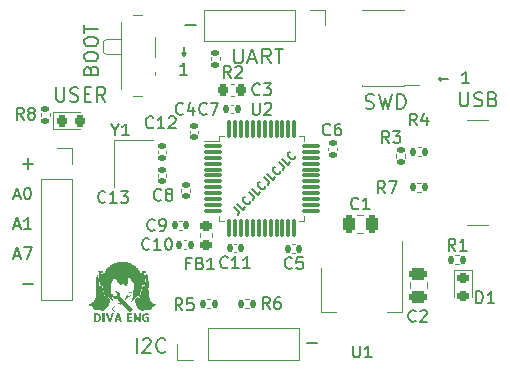
<source format=gbr>
%TF.GenerationSoftware,KiCad,Pcbnew,(6.0.5)*%
%TF.CreationDate,2022-05-28T10:37:04-07:00*%
%TF.ProjectId,stm32,73746d33-322e-46b6-9963-61645f706362,rev?*%
%TF.SameCoordinates,Original*%
%TF.FileFunction,Legend,Top*%
%TF.FilePolarity,Positive*%
%FSLAX46Y46*%
G04 Gerber Fmt 4.6, Leading zero omitted, Abs format (unit mm)*
G04 Created by KiCad (PCBNEW (6.0.5)) date 2022-05-28 10:37:04*
%MOMM*%
%LPD*%
G01*
G04 APERTURE LIST*
G04 Aperture macros list*
%AMRoundRect*
0 Rectangle with rounded corners*
0 $1 Rounding radius*
0 $2 $3 $4 $5 $6 $7 $8 $9 X,Y pos of 4 corners*
0 Add a 4 corners polygon primitive as box body*
4,1,4,$2,$3,$4,$5,$6,$7,$8,$9,$2,$3,0*
0 Add four circle primitives for the rounded corners*
1,1,$1+$1,$2,$3*
1,1,$1+$1,$4,$5*
1,1,$1+$1,$6,$7*
1,1,$1+$1,$8,$9*
0 Add four rect primitives between the rounded corners*
20,1,$1+$1,$2,$3,$4,$5,0*
20,1,$1+$1,$4,$5,$6,$7,0*
20,1,$1+$1,$6,$7,$8,$9,0*
20,1,$1+$1,$8,$9,$2,$3,0*%
G04 Aperture macros list end*
%ADD10C,0.200000*%
%ADD11C,0.150000*%
%ADD12C,0.120000*%
%ADD13RoundRect,0.218750X-0.218750X-0.256250X0.218750X-0.256250X0.218750X0.256250X-0.218750X0.256250X0*%
%ADD14R,1.700000X1.700000*%
%ADD15O,1.700000X1.700000*%
%ADD16RoundRect,0.140000X0.140000X0.170000X-0.140000X0.170000X-0.140000X-0.170000X0.140000X-0.170000X0*%
%ADD17RoundRect,0.140000X0.170000X-0.140000X0.170000X0.140000X-0.170000X0.140000X-0.170000X-0.140000X0*%
%ADD18RoundRect,0.135000X0.185000X-0.135000X0.185000X0.135000X-0.185000X0.135000X-0.185000X-0.135000X0*%
%ADD19RoundRect,0.250000X0.475000X-0.250000X0.475000X0.250000X-0.475000X0.250000X-0.475000X-0.250000X0*%
%ADD20R,2.400000X0.740000*%
%ADD21RoundRect,0.140000X-0.170000X0.140000X-0.170000X-0.140000X0.170000X-0.140000X0.170000X0.140000X0*%
%ADD22RoundRect,0.218750X-0.256250X0.218750X-0.256250X-0.218750X0.256250X-0.218750X0.256250X0.218750X0*%
%ADD23RoundRect,0.135000X-0.185000X0.135000X-0.185000X-0.135000X0.185000X-0.135000X0.185000X0.135000X0*%
%ADD24RoundRect,0.135000X0.135000X0.185000X-0.135000X0.185000X-0.135000X-0.185000X0.135000X-0.185000X0*%
%ADD25R,0.800000X1.000000*%
%ADD26C,0.900000*%
%ADD27R,1.500000X0.700000*%
%ADD28RoundRect,0.140000X-0.140000X-0.170000X0.140000X-0.170000X0.140000X0.170000X-0.140000X0.170000X0*%
%ADD29RoundRect,0.250000X-0.250000X-0.475000X0.250000X-0.475000X0.250000X0.475000X-0.250000X0.475000X0*%
%ADD30C,2.200000*%
%ADD31RoundRect,0.225000X-0.225000X-0.250000X0.225000X-0.250000X0.225000X0.250000X-0.225000X0.250000X0*%
%ADD32R,1.500000X2.000000*%
%ADD33R,3.800000X2.000000*%
%ADD34RoundRect,0.075000X-0.662500X-0.075000X0.662500X-0.075000X0.662500X0.075000X-0.662500X0.075000X0*%
%ADD35RoundRect,0.075000X-0.075000X-0.662500X0.075000X-0.662500X0.075000X0.662500X-0.075000X0.662500X0*%
%ADD36R,1.200000X1.400000*%
%ADD37C,0.600000*%
%ADD38R,1.160000X0.600000*%
%ADD39R,1.160000X0.300000*%
%ADD40O,1.700000X0.900000*%
%ADD41O,2.000000X0.900000*%
G04 APERTURE END LIST*
D10*
X82792857Y-101435714D02*
X83707142Y-101435714D01*
X64514285Y-78328571D02*
X64571428Y-78157142D01*
X64628571Y-78100000D01*
X64742857Y-78042857D01*
X64914285Y-78042857D01*
X65028571Y-78100000D01*
X65085714Y-78157142D01*
X65142857Y-78271428D01*
X65142857Y-78728571D01*
X63942857Y-78728571D01*
X63942857Y-78328571D01*
X64000000Y-78214285D01*
X64057142Y-78157142D01*
X64171428Y-78100000D01*
X64285714Y-78100000D01*
X64400000Y-78157142D01*
X64457142Y-78214285D01*
X64514285Y-78328571D01*
X64514285Y-78728571D01*
X63942857Y-77300000D02*
X63942857Y-77071428D01*
X64000000Y-76957142D01*
X64114285Y-76842857D01*
X64342857Y-76785714D01*
X64742857Y-76785714D01*
X64971428Y-76842857D01*
X65085714Y-76957142D01*
X65142857Y-77071428D01*
X65142857Y-77300000D01*
X65085714Y-77414285D01*
X64971428Y-77528571D01*
X64742857Y-77585714D01*
X64342857Y-77585714D01*
X64114285Y-77528571D01*
X64000000Y-77414285D01*
X63942857Y-77300000D01*
X63942857Y-76042857D02*
X63942857Y-75814285D01*
X64000000Y-75700000D01*
X64114285Y-75585714D01*
X64342857Y-75528571D01*
X64742857Y-75528571D01*
X64971428Y-75585714D01*
X65085714Y-75700000D01*
X65142857Y-75814285D01*
X65142857Y-76042857D01*
X65085714Y-76157142D01*
X64971428Y-76271428D01*
X64742857Y-76328571D01*
X64342857Y-76328571D01*
X64114285Y-76271428D01*
X64000000Y-76157142D01*
X63942857Y-76042857D01*
X63942857Y-75185714D02*
X63942857Y-74500000D01*
X65142857Y-74842857D02*
X63942857Y-74842857D01*
D11*
X94773809Y-79071428D02*
X94011904Y-79071428D01*
X94202380Y-79261904D02*
X94011904Y-79071428D01*
X94202380Y-78880952D01*
X96535714Y-79452380D02*
X95964285Y-79452380D01*
X96250000Y-79452380D02*
X96250000Y-78452380D01*
X96154761Y-78595238D01*
X96059523Y-78690476D01*
X95964285Y-78738095D01*
D10*
X72473809Y-74489285D02*
X73426190Y-74489285D01*
D11*
X72400000Y-76335476D02*
X72400000Y-77097380D01*
X72590476Y-76906904D02*
X72400000Y-77097380D01*
X72209523Y-76906904D01*
X72685714Y-78707380D02*
X72114285Y-78707380D01*
X72400000Y-78707380D02*
X72400000Y-77707380D01*
X72304761Y-77850238D01*
X72209523Y-77945476D01*
X72114285Y-77993095D01*
D10*
X87803571Y-81555952D02*
X87982142Y-81615476D01*
X88279761Y-81615476D01*
X88398809Y-81555952D01*
X88458333Y-81496428D01*
X88517857Y-81377380D01*
X88517857Y-81258333D01*
X88458333Y-81139285D01*
X88398809Y-81079761D01*
X88279761Y-81020238D01*
X88041666Y-80960714D01*
X87922619Y-80901190D01*
X87863095Y-80841666D01*
X87803571Y-80722619D01*
X87803571Y-80603571D01*
X87863095Y-80484523D01*
X87922619Y-80425000D01*
X88041666Y-80365476D01*
X88339285Y-80365476D01*
X88517857Y-80425000D01*
X88934523Y-80365476D02*
X89232142Y-81615476D01*
X89470238Y-80722619D01*
X89708333Y-81615476D01*
X90005952Y-80365476D01*
X90482142Y-81615476D02*
X90482142Y-80365476D01*
X90779761Y-80365476D01*
X90958333Y-80425000D01*
X91077380Y-80544047D01*
X91136904Y-80663095D01*
X91196428Y-80901190D01*
X91196428Y-81079761D01*
X91136904Y-81317857D01*
X91077380Y-81436904D01*
X90958333Y-81555952D01*
X90779761Y-81615476D01*
X90482142Y-81615476D01*
X58742857Y-86265714D02*
X59657142Y-86265714D01*
X59200000Y-86722857D02*
X59200000Y-85808571D01*
X61592857Y-79792857D02*
X61592857Y-80764285D01*
X61650000Y-80878571D01*
X61707142Y-80935714D01*
X61821428Y-80992857D01*
X62050000Y-80992857D01*
X62164285Y-80935714D01*
X62221428Y-80878571D01*
X62278571Y-80764285D01*
X62278571Y-79792857D01*
X62792857Y-80935714D02*
X62964285Y-80992857D01*
X63250000Y-80992857D01*
X63364285Y-80935714D01*
X63421428Y-80878571D01*
X63478571Y-80764285D01*
X63478571Y-80650000D01*
X63421428Y-80535714D01*
X63364285Y-80478571D01*
X63250000Y-80421428D01*
X63021428Y-80364285D01*
X62907142Y-80307142D01*
X62850000Y-80250000D01*
X62792857Y-80135714D01*
X62792857Y-80021428D01*
X62850000Y-79907142D01*
X62907142Y-79850000D01*
X63021428Y-79792857D01*
X63307142Y-79792857D01*
X63478571Y-79850000D01*
X63992857Y-80364285D02*
X64392857Y-80364285D01*
X64564285Y-80992857D02*
X63992857Y-80992857D01*
X63992857Y-79792857D01*
X64564285Y-79792857D01*
X65764285Y-80992857D02*
X65364285Y-80421428D01*
X65078571Y-80992857D02*
X65078571Y-79792857D01*
X65535714Y-79792857D01*
X65650000Y-79850000D01*
X65707142Y-79907142D01*
X65764285Y-80021428D01*
X65764285Y-80192857D01*
X65707142Y-80307142D01*
X65650000Y-80364285D01*
X65535714Y-80421428D01*
X65078571Y-80421428D01*
D11*
X58035714Y-91496666D02*
X58511904Y-91496666D01*
X57940476Y-91782380D02*
X58273809Y-90782380D01*
X58607142Y-91782380D01*
X59464285Y-91782380D02*
X58892857Y-91782380D01*
X59178571Y-91782380D02*
X59178571Y-90782380D01*
X59083333Y-90925238D01*
X58988095Y-91020476D01*
X58892857Y-91068095D01*
D10*
X58742857Y-96415714D02*
X59657142Y-96415714D01*
X76655952Y-76515476D02*
X76655952Y-77527380D01*
X76715476Y-77646428D01*
X76775000Y-77705952D01*
X76894047Y-77765476D01*
X77132142Y-77765476D01*
X77251190Y-77705952D01*
X77310714Y-77646428D01*
X77370238Y-77527380D01*
X77370238Y-76515476D01*
X77905952Y-77408333D02*
X78501190Y-77408333D01*
X77786904Y-77765476D02*
X78203571Y-76515476D01*
X78620238Y-77765476D01*
X79751190Y-77765476D02*
X79334523Y-77170238D01*
X79036904Y-77765476D02*
X79036904Y-76515476D01*
X79513095Y-76515476D01*
X79632142Y-76575000D01*
X79691666Y-76634523D01*
X79751190Y-76753571D01*
X79751190Y-76932142D01*
X79691666Y-77051190D01*
X79632142Y-77110714D01*
X79513095Y-77170238D01*
X79036904Y-77170238D01*
X80108333Y-76515476D02*
X80822619Y-76515476D01*
X80465476Y-77765476D02*
X80465476Y-76515476D01*
D11*
X58035714Y-94046666D02*
X58511904Y-94046666D01*
X57940476Y-94332380D02*
X58273809Y-93332380D01*
X58607142Y-94332380D01*
X58845238Y-93332380D02*
X59511904Y-93332380D01*
X59083333Y-94332380D01*
X58035714Y-88996666D02*
X58511904Y-88996666D01*
X57940476Y-89282380D02*
X58273809Y-88282380D01*
X58607142Y-89282380D01*
X59130952Y-88282380D02*
X59226190Y-88282380D01*
X59321428Y-88330000D01*
X59369047Y-88377619D01*
X59416666Y-88472857D01*
X59464285Y-88663333D01*
X59464285Y-88901428D01*
X59416666Y-89091904D01*
X59369047Y-89187142D01*
X59321428Y-89234761D01*
X59226190Y-89282380D01*
X59130952Y-89282380D01*
X59035714Y-89234761D01*
X58988095Y-89187142D01*
X58940476Y-89091904D01*
X58892857Y-88901428D01*
X58892857Y-88663333D01*
X58940476Y-88472857D01*
X58988095Y-88377619D01*
X59035714Y-88330000D01*
X59130952Y-88282380D01*
D10*
X68428571Y-102242857D02*
X68428571Y-101042857D01*
X68942857Y-101157142D02*
X69000000Y-101100000D01*
X69114285Y-101042857D01*
X69400000Y-101042857D01*
X69514285Y-101100000D01*
X69571428Y-101157142D01*
X69628571Y-101271428D01*
X69628571Y-101385714D01*
X69571428Y-101557142D01*
X68885714Y-102242857D01*
X69628571Y-102242857D01*
X70828571Y-102128571D02*
X70771428Y-102185714D01*
X70600000Y-102242857D01*
X70485714Y-102242857D01*
X70314285Y-102185714D01*
X70200000Y-102071428D01*
X70142857Y-101957142D01*
X70085714Y-101728571D01*
X70085714Y-101557142D01*
X70142857Y-101328571D01*
X70200000Y-101214285D01*
X70314285Y-101100000D01*
X70485714Y-101042857D01*
X70600000Y-101042857D01*
X70771428Y-101100000D01*
X70828571Y-101157142D01*
X95785714Y-80192857D02*
X95785714Y-81164285D01*
X95842857Y-81278571D01*
X95900000Y-81335714D01*
X96014285Y-81392857D01*
X96242857Y-81392857D01*
X96357142Y-81335714D01*
X96414285Y-81278571D01*
X96471428Y-81164285D01*
X96471428Y-80192857D01*
X96985714Y-81335714D02*
X97157142Y-81392857D01*
X97442857Y-81392857D01*
X97557142Y-81335714D01*
X97614285Y-81278571D01*
X97671428Y-81164285D01*
X97671428Y-81050000D01*
X97614285Y-80935714D01*
X97557142Y-80878571D01*
X97442857Y-80821428D01*
X97214285Y-80764285D01*
X97100000Y-80707142D01*
X97042857Y-80650000D01*
X96985714Y-80535714D01*
X96985714Y-80421428D01*
X97042857Y-80307142D01*
X97100000Y-80250000D01*
X97214285Y-80192857D01*
X97500000Y-80192857D01*
X97671428Y-80250000D01*
X98585714Y-80764285D02*
X98757142Y-80821428D01*
X98814285Y-80878571D01*
X98871428Y-80992857D01*
X98871428Y-81164285D01*
X98814285Y-81278571D01*
X98757142Y-81335714D01*
X98642857Y-81392857D01*
X98185714Y-81392857D01*
X98185714Y-80192857D01*
X98585714Y-80192857D01*
X98700000Y-80250000D01*
X98757142Y-80307142D01*
X98814285Y-80421428D01*
X98814285Y-80535714D01*
X98757142Y-80650000D01*
X98700000Y-80707142D01*
X98585714Y-80764285D01*
X98185714Y-80764285D01*
D11*
X76642630Y-89915254D02*
X76996183Y-90268807D01*
X77043324Y-90363088D01*
X77043324Y-90457369D01*
X76996183Y-90551650D01*
X76949043Y-90598790D01*
X77609009Y-89938824D02*
X77373307Y-90174526D01*
X76878332Y-89679552D01*
X78009703Y-89443849D02*
X78009703Y-89490990D01*
X77962563Y-89585271D01*
X77915422Y-89632411D01*
X77821141Y-89679552D01*
X77726860Y-89679552D01*
X77656150Y-89655981D01*
X77538299Y-89585271D01*
X77467588Y-89514560D01*
X77396877Y-89396709D01*
X77373307Y-89325998D01*
X77373307Y-89231717D01*
X77420447Y-89137436D01*
X77467588Y-89090296D01*
X77561869Y-89043155D01*
X77609009Y-89043155D01*
X77915422Y-88642462D02*
X78268976Y-88996015D01*
X78316116Y-89090296D01*
X78316116Y-89184577D01*
X78268976Y-89278858D01*
X78221835Y-89325998D01*
X78881801Y-88666032D02*
X78646099Y-88901734D01*
X78151124Y-88406759D01*
X79282495Y-88171057D02*
X79282495Y-88218198D01*
X79235355Y-88312478D01*
X79188214Y-88359619D01*
X79093933Y-88406759D01*
X78999653Y-88406759D01*
X78928942Y-88383189D01*
X78811091Y-88312478D01*
X78740380Y-88241768D01*
X78669669Y-88123917D01*
X78646099Y-88053206D01*
X78646099Y-87958925D01*
X78693240Y-87864644D01*
X78740380Y-87817504D01*
X78834661Y-87770363D01*
X78881801Y-87770363D01*
X79188214Y-87369669D02*
X79541768Y-87723223D01*
X79588908Y-87817504D01*
X79588908Y-87911785D01*
X79541768Y-88006066D01*
X79494627Y-88053206D01*
X80154594Y-87393240D02*
X79918891Y-87628942D01*
X79423917Y-87133967D01*
X80555287Y-86898265D02*
X80555287Y-86945405D01*
X80508147Y-87039686D01*
X80461007Y-87086827D01*
X80366726Y-87133967D01*
X80272445Y-87133967D01*
X80201734Y-87110397D01*
X80083883Y-87039686D01*
X80013172Y-86968976D01*
X79942462Y-86851124D01*
X79918891Y-86780414D01*
X79918891Y-86686133D01*
X79966032Y-86591852D01*
X80013172Y-86544712D01*
X80107453Y-86497571D01*
X80154594Y-86497571D01*
X80461007Y-86096877D02*
X80814560Y-86450431D01*
X80861700Y-86544712D01*
X80861700Y-86638992D01*
X80814560Y-86733273D01*
X80767420Y-86780414D01*
X81427386Y-86120447D02*
X81191684Y-86356150D01*
X80696709Y-85861175D01*
X81828080Y-85625473D02*
X81828080Y-85672613D01*
X81780939Y-85766894D01*
X81733799Y-85814034D01*
X81639518Y-85861175D01*
X81545237Y-85861175D01*
X81474526Y-85837605D01*
X81356675Y-85766894D01*
X81285965Y-85696183D01*
X81215254Y-85578332D01*
X81191684Y-85507622D01*
X81191684Y-85413341D01*
X81238824Y-85319060D01*
X81285965Y-85271919D01*
X81380245Y-85224779D01*
X81427386Y-85224779D01*
%TO.C,C5*%
X81553333Y-95057142D02*
X81505714Y-95104761D01*
X81362857Y-95152380D01*
X81267619Y-95152380D01*
X81124761Y-95104761D01*
X81029523Y-95009523D01*
X80981904Y-94914285D01*
X80934285Y-94723809D01*
X80934285Y-94580952D01*
X80981904Y-94390476D01*
X81029523Y-94295238D01*
X81124761Y-94200000D01*
X81267619Y-94152380D01*
X81362857Y-94152380D01*
X81505714Y-94200000D01*
X81553333Y-94247619D01*
X82458095Y-94152380D02*
X81981904Y-94152380D01*
X81934285Y-94628571D01*
X81981904Y-94580952D01*
X82077142Y-94533333D01*
X82315238Y-94533333D01*
X82410476Y-94580952D01*
X82458095Y-94628571D01*
X82505714Y-94723809D01*
X82505714Y-94961904D01*
X82458095Y-95057142D01*
X82410476Y-95104761D01*
X82315238Y-95152380D01*
X82077142Y-95152380D01*
X81981904Y-95104761D01*
X81934285Y-95057142D01*
%TO.C,C4*%
X72333333Y-82007142D02*
X72285714Y-82054761D01*
X72142857Y-82102380D01*
X72047619Y-82102380D01*
X71904761Y-82054761D01*
X71809523Y-81959523D01*
X71761904Y-81864285D01*
X71714285Y-81673809D01*
X71714285Y-81530952D01*
X71761904Y-81340476D01*
X71809523Y-81245238D01*
X71904761Y-81150000D01*
X72047619Y-81102380D01*
X72142857Y-81102380D01*
X72285714Y-81150000D01*
X72333333Y-81197619D01*
X73190476Y-81435714D02*
X73190476Y-82102380D01*
X72952380Y-81054761D02*
X72714285Y-81769047D01*
X73333333Y-81769047D01*
%TO.C,R2*%
X76383333Y-79002380D02*
X76050000Y-78526190D01*
X75811904Y-79002380D02*
X75811904Y-78002380D01*
X76192857Y-78002380D01*
X76288095Y-78050000D01*
X76335714Y-78097619D01*
X76383333Y-78192857D01*
X76383333Y-78335714D01*
X76335714Y-78430952D01*
X76288095Y-78478571D01*
X76192857Y-78526190D01*
X75811904Y-78526190D01*
X76764285Y-78097619D02*
X76811904Y-78050000D01*
X76907142Y-78002380D01*
X77145238Y-78002380D01*
X77240476Y-78050000D01*
X77288095Y-78097619D01*
X77335714Y-78192857D01*
X77335714Y-78288095D01*
X77288095Y-78430952D01*
X76716666Y-79002380D01*
X77335714Y-79002380D01*
%TO.C,C2*%
X92033333Y-99557142D02*
X91985714Y-99604761D01*
X91842857Y-99652380D01*
X91747619Y-99652380D01*
X91604761Y-99604761D01*
X91509523Y-99509523D01*
X91461904Y-99414285D01*
X91414285Y-99223809D01*
X91414285Y-99080952D01*
X91461904Y-98890476D01*
X91509523Y-98795238D01*
X91604761Y-98700000D01*
X91747619Y-98652380D01*
X91842857Y-98652380D01*
X91985714Y-98700000D01*
X92033333Y-98747619D01*
X92414285Y-98747619D02*
X92461904Y-98700000D01*
X92557142Y-98652380D01*
X92795238Y-98652380D01*
X92890476Y-98700000D01*
X92938095Y-98747619D01*
X92985714Y-98842857D01*
X92985714Y-98938095D01*
X92938095Y-99080952D01*
X92366666Y-99652380D01*
X92985714Y-99652380D01*
%TO.C,C6*%
X84783333Y-83757142D02*
X84735714Y-83804761D01*
X84592857Y-83852380D01*
X84497619Y-83852380D01*
X84354761Y-83804761D01*
X84259523Y-83709523D01*
X84211904Y-83614285D01*
X84164285Y-83423809D01*
X84164285Y-83280952D01*
X84211904Y-83090476D01*
X84259523Y-82995238D01*
X84354761Y-82900000D01*
X84497619Y-82852380D01*
X84592857Y-82852380D01*
X84735714Y-82900000D01*
X84783333Y-82947619D01*
X85640476Y-82852380D02*
X85450000Y-82852380D01*
X85354761Y-82900000D01*
X85307142Y-82947619D01*
X85211904Y-83090476D01*
X85164285Y-83280952D01*
X85164285Y-83661904D01*
X85211904Y-83757142D01*
X85259523Y-83804761D01*
X85354761Y-83852380D01*
X85545238Y-83852380D01*
X85640476Y-83804761D01*
X85688095Y-83757142D01*
X85735714Y-83661904D01*
X85735714Y-83423809D01*
X85688095Y-83328571D01*
X85640476Y-83280952D01*
X85545238Y-83233333D01*
X85354761Y-83233333D01*
X85259523Y-83280952D01*
X85211904Y-83328571D01*
X85164285Y-83423809D01*
%TO.C,FB1*%
X72916666Y-94678571D02*
X72583333Y-94678571D01*
X72583333Y-95202380D02*
X72583333Y-94202380D01*
X73059523Y-94202380D01*
X73773809Y-94678571D02*
X73916666Y-94726190D01*
X73964285Y-94773809D01*
X74011904Y-94869047D01*
X74011904Y-95011904D01*
X73964285Y-95107142D01*
X73916666Y-95154761D01*
X73821428Y-95202380D01*
X73440476Y-95202380D01*
X73440476Y-94202380D01*
X73773809Y-94202380D01*
X73869047Y-94250000D01*
X73916666Y-94297619D01*
X73964285Y-94392857D01*
X73964285Y-94488095D01*
X73916666Y-94583333D01*
X73869047Y-94630952D01*
X73773809Y-94678571D01*
X73440476Y-94678571D01*
X74964285Y-95202380D02*
X74392857Y-95202380D01*
X74678571Y-95202380D02*
X74678571Y-94202380D01*
X74583333Y-94345238D01*
X74488095Y-94440476D01*
X74392857Y-94488095D01*
%TO.C,R3*%
X89783333Y-84502380D02*
X89450000Y-84026190D01*
X89211904Y-84502380D02*
X89211904Y-83502380D01*
X89592857Y-83502380D01*
X89688095Y-83550000D01*
X89735714Y-83597619D01*
X89783333Y-83692857D01*
X89783333Y-83835714D01*
X89735714Y-83930952D01*
X89688095Y-83978571D01*
X89592857Y-84026190D01*
X89211904Y-84026190D01*
X90116666Y-83502380D02*
X90735714Y-83502380D01*
X90402380Y-83883333D01*
X90545238Y-83883333D01*
X90640476Y-83930952D01*
X90688095Y-83978571D01*
X90735714Y-84073809D01*
X90735714Y-84311904D01*
X90688095Y-84407142D01*
X90640476Y-84454761D01*
X90545238Y-84502380D01*
X90259523Y-84502380D01*
X90164285Y-84454761D01*
X90116666Y-84407142D01*
%TO.C,R5*%
X72283333Y-98652380D02*
X71950000Y-98176190D01*
X71711904Y-98652380D02*
X71711904Y-97652380D01*
X72092857Y-97652380D01*
X72188095Y-97700000D01*
X72235714Y-97747619D01*
X72283333Y-97842857D01*
X72283333Y-97985714D01*
X72235714Y-98080952D01*
X72188095Y-98128571D01*
X72092857Y-98176190D01*
X71711904Y-98176190D01*
X73188095Y-97652380D02*
X72711904Y-97652380D01*
X72664285Y-98128571D01*
X72711904Y-98080952D01*
X72807142Y-98033333D01*
X73045238Y-98033333D01*
X73140476Y-98080952D01*
X73188095Y-98128571D01*
X73235714Y-98223809D01*
X73235714Y-98461904D01*
X73188095Y-98557142D01*
X73140476Y-98604761D01*
X73045238Y-98652380D01*
X72807142Y-98652380D01*
X72711904Y-98604761D01*
X72664285Y-98557142D01*
%TO.C,R4*%
X92123333Y-83002380D02*
X91790000Y-82526190D01*
X91551904Y-83002380D02*
X91551904Y-82002380D01*
X91932857Y-82002380D01*
X92028095Y-82050000D01*
X92075714Y-82097619D01*
X92123333Y-82192857D01*
X92123333Y-82335714D01*
X92075714Y-82430952D01*
X92028095Y-82478571D01*
X91932857Y-82526190D01*
X91551904Y-82526190D01*
X92980476Y-82335714D02*
X92980476Y-83002380D01*
X92742380Y-81954761D02*
X92504285Y-82669047D01*
X93123333Y-82669047D01*
%TO.C,C8*%
X70483333Y-89287142D02*
X70435714Y-89334761D01*
X70292857Y-89382380D01*
X70197619Y-89382380D01*
X70054761Y-89334761D01*
X69959523Y-89239523D01*
X69911904Y-89144285D01*
X69864285Y-88953809D01*
X69864285Y-88810952D01*
X69911904Y-88620476D01*
X69959523Y-88525238D01*
X70054761Y-88430000D01*
X70197619Y-88382380D01*
X70292857Y-88382380D01*
X70435714Y-88430000D01*
X70483333Y-88477619D01*
X71054761Y-88810952D02*
X70959523Y-88763333D01*
X70911904Y-88715714D01*
X70864285Y-88620476D01*
X70864285Y-88572857D01*
X70911904Y-88477619D01*
X70959523Y-88430000D01*
X71054761Y-88382380D01*
X71245238Y-88382380D01*
X71340476Y-88430000D01*
X71388095Y-88477619D01*
X71435714Y-88572857D01*
X71435714Y-88620476D01*
X71388095Y-88715714D01*
X71340476Y-88763333D01*
X71245238Y-88810952D01*
X71054761Y-88810952D01*
X70959523Y-88858571D01*
X70911904Y-88906190D01*
X70864285Y-89001428D01*
X70864285Y-89191904D01*
X70911904Y-89287142D01*
X70959523Y-89334761D01*
X71054761Y-89382380D01*
X71245238Y-89382380D01*
X71340476Y-89334761D01*
X71388095Y-89287142D01*
X71435714Y-89191904D01*
X71435714Y-89001428D01*
X71388095Y-88906190D01*
X71340476Y-88858571D01*
X71245238Y-88810952D01*
%TO.C,R8*%
X58833333Y-82512380D02*
X58500000Y-82036190D01*
X58261904Y-82512380D02*
X58261904Y-81512380D01*
X58642857Y-81512380D01*
X58738095Y-81560000D01*
X58785714Y-81607619D01*
X58833333Y-81702857D01*
X58833333Y-81845714D01*
X58785714Y-81940952D01*
X58738095Y-81988571D01*
X58642857Y-82036190D01*
X58261904Y-82036190D01*
X59404761Y-81940952D02*
X59309523Y-81893333D01*
X59261904Y-81845714D01*
X59214285Y-81750476D01*
X59214285Y-81702857D01*
X59261904Y-81607619D01*
X59309523Y-81560000D01*
X59404761Y-81512380D01*
X59595238Y-81512380D01*
X59690476Y-81560000D01*
X59738095Y-81607619D01*
X59785714Y-81702857D01*
X59785714Y-81750476D01*
X59738095Y-81845714D01*
X59690476Y-81893333D01*
X59595238Y-81940952D01*
X59404761Y-81940952D01*
X59309523Y-81988571D01*
X59261904Y-82036190D01*
X59214285Y-82131428D01*
X59214285Y-82321904D01*
X59261904Y-82417142D01*
X59309523Y-82464761D01*
X59404761Y-82512380D01*
X59595238Y-82512380D01*
X59690476Y-82464761D01*
X59738095Y-82417142D01*
X59785714Y-82321904D01*
X59785714Y-82131428D01*
X59738095Y-82036190D01*
X59690476Y-81988571D01*
X59595238Y-81940952D01*
%TO.C,R6*%
X79673333Y-98552380D02*
X79340000Y-98076190D01*
X79101904Y-98552380D02*
X79101904Y-97552380D01*
X79482857Y-97552380D01*
X79578095Y-97600000D01*
X79625714Y-97647619D01*
X79673333Y-97742857D01*
X79673333Y-97885714D01*
X79625714Y-97980952D01*
X79578095Y-98028571D01*
X79482857Y-98076190D01*
X79101904Y-98076190D01*
X80530476Y-97552380D02*
X80340000Y-97552380D01*
X80244761Y-97600000D01*
X80197142Y-97647619D01*
X80101904Y-97790476D01*
X80054285Y-97980952D01*
X80054285Y-98361904D01*
X80101904Y-98457142D01*
X80149523Y-98504761D01*
X80244761Y-98552380D01*
X80435238Y-98552380D01*
X80530476Y-98504761D01*
X80578095Y-98457142D01*
X80625714Y-98361904D01*
X80625714Y-98123809D01*
X80578095Y-98028571D01*
X80530476Y-97980952D01*
X80435238Y-97933333D01*
X80244761Y-97933333D01*
X80149523Y-97980952D01*
X80101904Y-98028571D01*
X80054285Y-98123809D01*
%TO.C,R7*%
X89433333Y-88752380D02*
X89100000Y-88276190D01*
X88861904Y-88752380D02*
X88861904Y-87752380D01*
X89242857Y-87752380D01*
X89338095Y-87800000D01*
X89385714Y-87847619D01*
X89433333Y-87942857D01*
X89433333Y-88085714D01*
X89385714Y-88180952D01*
X89338095Y-88228571D01*
X89242857Y-88276190D01*
X88861904Y-88276190D01*
X89766666Y-87752380D02*
X90433333Y-87752380D01*
X90004761Y-88752380D01*
%TO.C,C7*%
X74333333Y-82007142D02*
X74285714Y-82054761D01*
X74142857Y-82102380D01*
X74047619Y-82102380D01*
X73904761Y-82054761D01*
X73809523Y-81959523D01*
X73761904Y-81864285D01*
X73714285Y-81673809D01*
X73714285Y-81530952D01*
X73761904Y-81340476D01*
X73809523Y-81245238D01*
X73904761Y-81150000D01*
X74047619Y-81102380D01*
X74142857Y-81102380D01*
X74285714Y-81150000D01*
X74333333Y-81197619D01*
X74666666Y-81102380D02*
X75333333Y-81102380D01*
X74904761Y-82102380D01*
%TO.C,C1*%
X87183333Y-90027142D02*
X87135714Y-90074761D01*
X86992857Y-90122380D01*
X86897619Y-90122380D01*
X86754761Y-90074761D01*
X86659523Y-89979523D01*
X86611904Y-89884285D01*
X86564285Y-89693809D01*
X86564285Y-89550952D01*
X86611904Y-89360476D01*
X86659523Y-89265238D01*
X86754761Y-89170000D01*
X86897619Y-89122380D01*
X86992857Y-89122380D01*
X87135714Y-89170000D01*
X87183333Y-89217619D01*
X88135714Y-90122380D02*
X87564285Y-90122380D01*
X87850000Y-90122380D02*
X87850000Y-89122380D01*
X87754761Y-89265238D01*
X87659523Y-89360476D01*
X87564285Y-89408095D01*
%TO.C,C12*%
X69807142Y-83157142D02*
X69759523Y-83204761D01*
X69616666Y-83252380D01*
X69521428Y-83252380D01*
X69378571Y-83204761D01*
X69283333Y-83109523D01*
X69235714Y-83014285D01*
X69188095Y-82823809D01*
X69188095Y-82680952D01*
X69235714Y-82490476D01*
X69283333Y-82395238D01*
X69378571Y-82300000D01*
X69521428Y-82252380D01*
X69616666Y-82252380D01*
X69759523Y-82300000D01*
X69807142Y-82347619D01*
X70759523Y-83252380D02*
X70188095Y-83252380D01*
X70473809Y-83252380D02*
X70473809Y-82252380D01*
X70378571Y-82395238D01*
X70283333Y-82490476D01*
X70188095Y-82538095D01*
X71140476Y-82347619D02*
X71188095Y-82300000D01*
X71283333Y-82252380D01*
X71521428Y-82252380D01*
X71616666Y-82300000D01*
X71664285Y-82347619D01*
X71711904Y-82442857D01*
X71711904Y-82538095D01*
X71664285Y-82680952D01*
X71092857Y-83252380D01*
X71711904Y-83252380D01*
%TO.C,C3*%
X78833333Y-80357142D02*
X78785714Y-80404761D01*
X78642857Y-80452380D01*
X78547619Y-80452380D01*
X78404761Y-80404761D01*
X78309523Y-80309523D01*
X78261904Y-80214285D01*
X78214285Y-80023809D01*
X78214285Y-79880952D01*
X78261904Y-79690476D01*
X78309523Y-79595238D01*
X78404761Y-79500000D01*
X78547619Y-79452380D01*
X78642857Y-79452380D01*
X78785714Y-79500000D01*
X78833333Y-79547619D01*
X79166666Y-79452380D02*
X79785714Y-79452380D01*
X79452380Y-79833333D01*
X79595238Y-79833333D01*
X79690476Y-79880952D01*
X79738095Y-79928571D01*
X79785714Y-80023809D01*
X79785714Y-80261904D01*
X79738095Y-80357142D01*
X79690476Y-80404761D01*
X79595238Y-80452380D01*
X79309523Y-80452380D01*
X79214285Y-80404761D01*
X79166666Y-80357142D01*
%TO.C,U1*%
X86738095Y-101652380D02*
X86738095Y-102461904D01*
X86785714Y-102557142D01*
X86833333Y-102604761D01*
X86928571Y-102652380D01*
X87119047Y-102652380D01*
X87214285Y-102604761D01*
X87261904Y-102557142D01*
X87309523Y-102461904D01*
X87309523Y-101652380D01*
X88309523Y-102652380D02*
X87738095Y-102652380D01*
X88023809Y-102652380D02*
X88023809Y-101652380D01*
X87928571Y-101795238D01*
X87833333Y-101890476D01*
X87738095Y-101938095D01*
%TO.C,U2*%
X78238095Y-81102380D02*
X78238095Y-81911904D01*
X78285714Y-82007142D01*
X78333333Y-82054761D01*
X78428571Y-82102380D01*
X78619047Y-82102380D01*
X78714285Y-82054761D01*
X78761904Y-82007142D01*
X78809523Y-81911904D01*
X78809523Y-81102380D01*
X79238095Y-81197619D02*
X79285714Y-81150000D01*
X79380952Y-81102380D01*
X79619047Y-81102380D01*
X79714285Y-81150000D01*
X79761904Y-81197619D01*
X79809523Y-81292857D01*
X79809523Y-81388095D01*
X79761904Y-81530952D01*
X79190476Y-82102380D01*
X79809523Y-82102380D01*
%TO.C,C10*%
X69477142Y-93457142D02*
X69429523Y-93504761D01*
X69286666Y-93552380D01*
X69191428Y-93552380D01*
X69048571Y-93504761D01*
X68953333Y-93409523D01*
X68905714Y-93314285D01*
X68858095Y-93123809D01*
X68858095Y-92980952D01*
X68905714Y-92790476D01*
X68953333Y-92695238D01*
X69048571Y-92600000D01*
X69191428Y-92552380D01*
X69286666Y-92552380D01*
X69429523Y-92600000D01*
X69477142Y-92647619D01*
X70429523Y-93552380D02*
X69858095Y-93552380D01*
X70143809Y-93552380D02*
X70143809Y-92552380D01*
X70048571Y-92695238D01*
X69953333Y-92790476D01*
X69858095Y-92838095D01*
X71048571Y-92552380D02*
X71143809Y-92552380D01*
X71239047Y-92600000D01*
X71286666Y-92647619D01*
X71334285Y-92742857D01*
X71381904Y-92933333D01*
X71381904Y-93171428D01*
X71334285Y-93361904D01*
X71286666Y-93457142D01*
X71239047Y-93504761D01*
X71143809Y-93552380D01*
X71048571Y-93552380D01*
X70953333Y-93504761D01*
X70905714Y-93457142D01*
X70858095Y-93361904D01*
X70810476Y-93171428D01*
X70810476Y-92933333D01*
X70858095Y-92742857D01*
X70905714Y-92647619D01*
X70953333Y-92600000D01*
X71048571Y-92552380D01*
%TO.C,D1*%
X97161904Y-98052380D02*
X97161904Y-97052380D01*
X97400000Y-97052380D01*
X97542857Y-97100000D01*
X97638095Y-97195238D01*
X97685714Y-97290476D01*
X97733333Y-97480952D01*
X97733333Y-97623809D01*
X97685714Y-97814285D01*
X97638095Y-97909523D01*
X97542857Y-98004761D01*
X97400000Y-98052380D01*
X97161904Y-98052380D01*
X98685714Y-98052380D02*
X98114285Y-98052380D01*
X98400000Y-98052380D02*
X98400000Y-97052380D01*
X98304761Y-97195238D01*
X98209523Y-97290476D01*
X98114285Y-97338095D01*
%TO.C,C13*%
X65757142Y-89477142D02*
X65709523Y-89524761D01*
X65566666Y-89572380D01*
X65471428Y-89572380D01*
X65328571Y-89524761D01*
X65233333Y-89429523D01*
X65185714Y-89334285D01*
X65138095Y-89143809D01*
X65138095Y-89000952D01*
X65185714Y-88810476D01*
X65233333Y-88715238D01*
X65328571Y-88620000D01*
X65471428Y-88572380D01*
X65566666Y-88572380D01*
X65709523Y-88620000D01*
X65757142Y-88667619D01*
X66709523Y-89572380D02*
X66138095Y-89572380D01*
X66423809Y-89572380D02*
X66423809Y-88572380D01*
X66328571Y-88715238D01*
X66233333Y-88810476D01*
X66138095Y-88858095D01*
X67042857Y-88572380D02*
X67661904Y-88572380D01*
X67328571Y-88953333D01*
X67471428Y-88953333D01*
X67566666Y-89000952D01*
X67614285Y-89048571D01*
X67661904Y-89143809D01*
X67661904Y-89381904D01*
X67614285Y-89477142D01*
X67566666Y-89524761D01*
X67471428Y-89572380D01*
X67185714Y-89572380D01*
X67090476Y-89524761D01*
X67042857Y-89477142D01*
%TO.C,C11*%
X76107142Y-95007142D02*
X76059523Y-95054761D01*
X75916666Y-95102380D01*
X75821428Y-95102380D01*
X75678571Y-95054761D01*
X75583333Y-94959523D01*
X75535714Y-94864285D01*
X75488095Y-94673809D01*
X75488095Y-94530952D01*
X75535714Y-94340476D01*
X75583333Y-94245238D01*
X75678571Y-94150000D01*
X75821428Y-94102380D01*
X75916666Y-94102380D01*
X76059523Y-94150000D01*
X76107142Y-94197619D01*
X77059523Y-95102380D02*
X76488095Y-95102380D01*
X76773809Y-95102380D02*
X76773809Y-94102380D01*
X76678571Y-94245238D01*
X76583333Y-94340476D01*
X76488095Y-94388095D01*
X78011904Y-95102380D02*
X77440476Y-95102380D01*
X77726190Y-95102380D02*
X77726190Y-94102380D01*
X77630952Y-94245238D01*
X77535714Y-94340476D01*
X77440476Y-94388095D01*
%TO.C,C9*%
X69933333Y-91837142D02*
X69885714Y-91884761D01*
X69742857Y-91932380D01*
X69647619Y-91932380D01*
X69504761Y-91884761D01*
X69409523Y-91789523D01*
X69361904Y-91694285D01*
X69314285Y-91503809D01*
X69314285Y-91360952D01*
X69361904Y-91170476D01*
X69409523Y-91075238D01*
X69504761Y-90980000D01*
X69647619Y-90932380D01*
X69742857Y-90932380D01*
X69885714Y-90980000D01*
X69933333Y-91027619D01*
X70409523Y-91932380D02*
X70600000Y-91932380D01*
X70695238Y-91884761D01*
X70742857Y-91837142D01*
X70838095Y-91694285D01*
X70885714Y-91503809D01*
X70885714Y-91122857D01*
X70838095Y-91027619D01*
X70790476Y-90980000D01*
X70695238Y-90932380D01*
X70504761Y-90932380D01*
X70409523Y-90980000D01*
X70361904Y-91027619D01*
X70314285Y-91122857D01*
X70314285Y-91360952D01*
X70361904Y-91456190D01*
X70409523Y-91503809D01*
X70504761Y-91551428D01*
X70695238Y-91551428D01*
X70790476Y-91503809D01*
X70838095Y-91456190D01*
X70885714Y-91360952D01*
%TO.C,R1*%
X95383333Y-93602380D02*
X95050000Y-93126190D01*
X94811904Y-93602380D02*
X94811904Y-92602380D01*
X95192857Y-92602380D01*
X95288095Y-92650000D01*
X95335714Y-92697619D01*
X95383333Y-92792857D01*
X95383333Y-92935714D01*
X95335714Y-93030952D01*
X95288095Y-93078571D01*
X95192857Y-93126190D01*
X94811904Y-93126190D01*
X96335714Y-93602380D02*
X95764285Y-93602380D01*
X96050000Y-93602380D02*
X96050000Y-92602380D01*
X95954761Y-92745238D01*
X95859523Y-92840476D01*
X95764285Y-92888095D01*
%TO.C,Y1*%
X66573809Y-83376190D02*
X66573809Y-83852380D01*
X66240476Y-82852380D02*
X66573809Y-83376190D01*
X66907142Y-82852380D01*
X67764285Y-83852380D02*
X67192857Y-83852380D01*
X67478571Y-83852380D02*
X67478571Y-82852380D01*
X67383333Y-82995238D01*
X67288095Y-83090476D01*
X67192857Y-83138095D01*
D12*
%TO.C,D2*%
X63650000Y-81865000D02*
X61365000Y-81865000D01*
X61365000Y-83335000D02*
X63650000Y-83335000D01*
X61365000Y-81865000D02*
X61365000Y-83335000D01*
%TO.C,J5*%
X61625000Y-84950000D02*
X62955000Y-84950000D01*
X62955000Y-84950000D02*
X62955000Y-86280000D01*
X60295000Y-97770000D02*
X62955000Y-97770000D01*
X60295000Y-87550000D02*
X62955000Y-87550000D01*
X60295000Y-87550000D02*
X60295000Y-97770000D01*
X62955000Y-87550000D02*
X62955000Y-97770000D01*
%TO.C,C5*%
X81807836Y-93810000D02*
X81592164Y-93810000D01*
X81807836Y-93090000D02*
X81592164Y-93090000D01*
%TO.C,C4*%
X72890000Y-83657836D02*
X72890000Y-83442164D01*
X73610000Y-83657836D02*
X73610000Y-83442164D01*
%TO.C,R2*%
X75430000Y-77503641D02*
X75430000Y-77196359D01*
X74670000Y-77503641D02*
X74670000Y-77196359D01*
%TO.C,C2*%
X91515000Y-96811252D02*
X91515000Y-96288748D01*
X92985000Y-96811252D02*
X92985000Y-96288748D01*
%TO.C,J3*%
X91015000Y-73280000D02*
X91015000Y-73215000D01*
X91015000Y-79685000D02*
X91015000Y-79620000D01*
X91015000Y-73215000D02*
X87485000Y-73215000D01*
X87485000Y-73280000D02*
X87485000Y-73215000D01*
X91015000Y-79685000D02*
X87485000Y-79685000D01*
X92340000Y-79620000D02*
X91015000Y-79620000D01*
X87485000Y-79685000D02*
X87485000Y-79620000D01*
%TO.C,G\u002A\u002A\u002A*%
G36*
X69239641Y-95557482D02*
G01*
X69244258Y-95561301D01*
X69250400Y-95566971D01*
X69257499Y-95573924D01*
X69264987Y-95581591D01*
X69272297Y-95589405D01*
X69278862Y-95596796D01*
X69283949Y-95602984D01*
X69296402Y-95619932D01*
X69309681Y-95639569D01*
X69323148Y-95660862D01*
X69336166Y-95682778D01*
X69348096Y-95704285D01*
X69356190Y-95720015D01*
X69365499Y-95740373D01*
X69373339Y-95760589D01*
X69379348Y-95779645D01*
X69382930Y-95795183D01*
X69385026Y-95808264D01*
X69387262Y-95824718D01*
X69389579Y-95843921D01*
X69391916Y-95865249D01*
X69394213Y-95888080D01*
X69396410Y-95911790D01*
X69398447Y-95935756D01*
X69400263Y-95959355D01*
X69401797Y-95981964D01*
X69402948Y-96002118D01*
X69403753Y-96017763D01*
X69404647Y-96034785D01*
X69405556Y-96051803D01*
X69406407Y-96067439D01*
X69407058Y-96079124D01*
X69407830Y-96094990D01*
X69408566Y-96114430D01*
X69409260Y-96137019D01*
X69409905Y-96162331D01*
X69410497Y-96189941D01*
X69411030Y-96219421D01*
X69411499Y-96250348D01*
X69411898Y-96282294D01*
X69412221Y-96314835D01*
X69412464Y-96347544D01*
X69412620Y-96379995D01*
X69412684Y-96411764D01*
X69412651Y-96442423D01*
X69412515Y-96471549D01*
X69412361Y-96490156D01*
X69411867Y-96540753D01*
X69411418Y-96587539D01*
X69411015Y-96630704D01*
X69410657Y-96670438D01*
X69410344Y-96706931D01*
X69410074Y-96740371D01*
X69409847Y-96770949D01*
X69409663Y-96798854D01*
X69409522Y-96824276D01*
X69409422Y-96847405D01*
X69409363Y-96868429D01*
X69409344Y-96887539D01*
X69409366Y-96904924D01*
X69409427Y-96920774D01*
X69409527Y-96935279D01*
X69409665Y-96948627D01*
X69409841Y-96961009D01*
X69410054Y-96972614D01*
X69410304Y-96983632D01*
X69410590Y-96994252D01*
X69410863Y-97003197D01*
X69411759Y-97029586D01*
X69412734Y-97055724D01*
X69413767Y-97081204D01*
X69414839Y-97105616D01*
X69415930Y-97128555D01*
X69417018Y-97149611D01*
X69418083Y-97168377D01*
X69419106Y-97184445D01*
X69420065Y-97197407D01*
X69420941Y-97206855D01*
X69421095Y-97208213D01*
X69421803Y-97214716D01*
X69422782Y-97224498D01*
X69423966Y-97236851D01*
X69425289Y-97251067D01*
X69426684Y-97266440D01*
X69428084Y-97282260D01*
X69428168Y-97283219D01*
X69429490Y-97298124D01*
X69430747Y-97311793D01*
X69431886Y-97323702D01*
X69432857Y-97333325D01*
X69433606Y-97340137D01*
X69434083Y-97343612D01*
X69434150Y-97343888D01*
X69434639Y-97346581D01*
X69435493Y-97352641D01*
X69436634Y-97361456D01*
X69437984Y-97372419D01*
X69439466Y-97384920D01*
X69440155Y-97390892D01*
X69441745Y-97404535D01*
X69443307Y-97417520D01*
X69444745Y-97429083D01*
X69445964Y-97438458D01*
X69446868Y-97444878D01*
X69447084Y-97446231D01*
X69450787Y-97468107D01*
X69453973Y-97486538D01*
X69456742Y-97502032D01*
X69459194Y-97515097D01*
X69461429Y-97526240D01*
X69463547Y-97535969D01*
X69465646Y-97544792D01*
X69467829Y-97553217D01*
X69468927Y-97557240D01*
X69473625Y-97573965D01*
X69478085Y-97589380D01*
X69482158Y-97603004D01*
X69485696Y-97614355D01*
X69488553Y-97622951D01*
X69490579Y-97628310D01*
X69491014Y-97629236D01*
X69492595Y-97632897D01*
X69495019Y-97639214D01*
X69497855Y-97647051D01*
X69498971Y-97650248D01*
X69514518Y-97692579D01*
X69531505Y-97733855D01*
X69549708Y-97773660D01*
X69568906Y-97811577D01*
X69588876Y-97847191D01*
X69609396Y-97880084D01*
X69630243Y-97909842D01*
X69651195Y-97936048D01*
X69652696Y-97937780D01*
X69658148Y-97943535D01*
X69666165Y-97951325D01*
X69676201Y-97960670D01*
X69687710Y-97971089D01*
X69700147Y-97982102D01*
X69712966Y-97993227D01*
X69725622Y-98003985D01*
X69737570Y-98013894D01*
X69748263Y-98022474D01*
X69752761Y-98025957D01*
X69779713Y-98045553D01*
X69806517Y-98063177D01*
X69832772Y-98078617D01*
X69858075Y-98091661D01*
X69882024Y-98102097D01*
X69904217Y-98109712D01*
X69918113Y-98113174D01*
X69930862Y-98115921D01*
X69941021Y-98118479D01*
X69949958Y-98121242D01*
X69959041Y-98124604D01*
X69962117Y-98125836D01*
X69979202Y-98134469D01*
X69993408Y-98145126D01*
X70004584Y-98157451D01*
X70012581Y-98171086D01*
X70017246Y-98185676D01*
X70018431Y-98200863D01*
X70015985Y-98216290D01*
X70009757Y-98231601D01*
X70007987Y-98234714D01*
X69999618Y-98247549D01*
X69989668Y-98260935D01*
X69978791Y-98274130D01*
X69967644Y-98286393D01*
X69956881Y-98296982D01*
X69947158Y-98305155D01*
X69943454Y-98307746D01*
X69933617Y-98313151D01*
X69920498Y-98318928D01*
X69904772Y-98324855D01*
X69887113Y-98330715D01*
X69868195Y-98336285D01*
X69848692Y-98341347D01*
X69829280Y-98345679D01*
X69824106Y-98346702D01*
X69815229Y-98348158D01*
X69805011Y-98349326D01*
X69792831Y-98350250D01*
X69778065Y-98350976D01*
X69760092Y-98351547D01*
X69754521Y-98351683D01*
X69740959Y-98352044D01*
X69728865Y-98352458D01*
X69718767Y-98352900D01*
X69711194Y-98353344D01*
X69706673Y-98353764D01*
X69705607Y-98354064D01*
X69713460Y-98369912D01*
X69718756Y-98384070D01*
X69721774Y-98397671D01*
X69722792Y-98411847D01*
X69722465Y-98422693D01*
X69721696Y-98431333D01*
X69720370Y-98438967D01*
X69718155Y-98446891D01*
X69714717Y-98456402D01*
X69712159Y-98462843D01*
X69703284Y-98483581D01*
X69694917Y-98500631D01*
X69686917Y-98514251D01*
X69679144Y-98524700D01*
X69678101Y-98525887D01*
X69669990Y-98533801D01*
X69658814Y-98543074D01*
X69645121Y-98553342D01*
X69629455Y-98564243D01*
X69612365Y-98575414D01*
X69594395Y-98586492D01*
X69576094Y-98597114D01*
X69558006Y-98606917D01*
X69549588Y-98611212D01*
X69529404Y-98620683D01*
X69509599Y-98628658D01*
X69489630Y-98635238D01*
X69468955Y-98640524D01*
X69447033Y-98644619D01*
X69423320Y-98647625D01*
X69397276Y-98649643D01*
X69368359Y-98650775D01*
X69337068Y-98651123D01*
X69306646Y-98650677D01*
X69275622Y-98649365D01*
X69244540Y-98647255D01*
X69213950Y-98644415D01*
X69184398Y-98640913D01*
X69156431Y-98636816D01*
X69130597Y-98632192D01*
X69107442Y-98627109D01*
X69087514Y-98621634D01*
X69080683Y-98619390D01*
X69061306Y-98612657D01*
X69059198Y-98622486D01*
X69054327Y-98638200D01*
X69046724Y-98653969D01*
X69036974Y-98669019D01*
X69025662Y-98682579D01*
X69013374Y-98693876D01*
X69000695Y-98702139D01*
X68997748Y-98703545D01*
X68987187Y-98707719D01*
X68976462Y-98710809D01*
X68964656Y-98712977D01*
X68950855Y-98714384D01*
X68934142Y-98715190D01*
X68931036Y-98715277D01*
X68919915Y-98715498D01*
X68909881Y-98715580D01*
X68901767Y-98715526D01*
X68896407Y-98715337D01*
X68895033Y-98715194D01*
X68890613Y-98714475D01*
X68883675Y-98713402D01*
X68875659Y-98712200D01*
X68875031Y-98712107D01*
X68858278Y-98708608D01*
X68839071Y-98702814D01*
X68818021Y-98695004D01*
X68795737Y-98685458D01*
X68772828Y-98674454D01*
X68749904Y-98662273D01*
X68727574Y-98649192D01*
X68706447Y-98635491D01*
X68703839Y-98633692D01*
X68662864Y-98604112D01*
X68624294Y-98574044D01*
X68588369Y-98543708D01*
X68555328Y-98513329D01*
X68525411Y-98483129D01*
X68498858Y-98453331D01*
X68475910Y-98424157D01*
X68471264Y-98417697D01*
X68464435Y-98408054D01*
X68457370Y-98398121D01*
X68450938Y-98389119D01*
X68446319Y-98382694D01*
X68431385Y-98360796D01*
X68416647Y-98336645D01*
X68402016Y-98310037D01*
X68387399Y-98280769D01*
X68372705Y-98248638D01*
X68357842Y-98213441D01*
X68342720Y-98174975D01*
X68327247Y-98133035D01*
X68311331Y-98087421D01*
X68304880Y-98068280D01*
X68292535Y-98030785D01*
X68281601Y-97996382D01*
X68271921Y-97964484D01*
X68263339Y-97934501D01*
X68255698Y-97905846D01*
X68248842Y-97877930D01*
X68242614Y-97850165D01*
X68236859Y-97821963D01*
X68231420Y-97792736D01*
X68230976Y-97790236D01*
X68224822Y-97755449D01*
X68240402Y-97741357D01*
X68252555Y-97730307D01*
X68264574Y-97719252D01*
X68276732Y-97707926D01*
X68289304Y-97696062D01*
X68302565Y-97683396D01*
X68316790Y-97669659D01*
X68332252Y-97654587D01*
X68349228Y-97637913D01*
X68367991Y-97619372D01*
X68388816Y-97598696D01*
X68411977Y-97575621D01*
X68429782Y-97557843D01*
X68447457Y-97540194D01*
X68464304Y-97523397D01*
X68480110Y-97507662D01*
X68494663Y-97493199D01*
X68507751Y-97480218D01*
X68519162Y-97468930D01*
X68528684Y-97459543D01*
X68536104Y-97452268D01*
X68541211Y-97447315D01*
X68543792Y-97444895D01*
X68544072Y-97444684D01*
X68544448Y-97446740D01*
X68545222Y-97452188D01*
X68546317Y-97460445D01*
X68547656Y-97470931D01*
X68549165Y-97483065D01*
X68549797Y-97488235D01*
X68553030Y-97514372D01*
X68556249Y-97539532D01*
X68559406Y-97563377D01*
X68562451Y-97585565D01*
X68565333Y-97605758D01*
X68568005Y-97623614D01*
X68570416Y-97638794D01*
X68572516Y-97650959D01*
X68574258Y-97659767D01*
X68575383Y-97664249D01*
X68580559Y-97677826D01*
X68586720Y-97687718D01*
X68594159Y-97694180D01*
X68603168Y-97697467D01*
X68613926Y-97697841D01*
X68621559Y-97696574D01*
X68627959Y-97693876D01*
X68633424Y-97689325D01*
X68638254Y-97682499D01*
X68642746Y-97672975D01*
X68647201Y-97660333D01*
X68651891Y-97644247D01*
X68654327Y-97635401D01*
X68657643Y-97623453D01*
X68661629Y-97609150D01*
X68666076Y-97593241D01*
X68670776Y-97576473D01*
X68675520Y-97559594D01*
X68677027Y-97554240D01*
X68681828Y-97537091D01*
X68686710Y-97519454D01*
X68691448Y-97502155D01*
X68695818Y-97486019D01*
X68699596Y-97471872D01*
X68702556Y-97460539D01*
X68703144Y-97458232D01*
X68706930Y-97443903D01*
X68711494Y-97427557D01*
X68716327Y-97410965D01*
X68720922Y-97395899D01*
X68722086Y-97392227D01*
X68731269Y-97362651D01*
X68740837Y-97330144D01*
X68750510Y-97295722D01*
X68760012Y-97260399D01*
X68769065Y-97225191D01*
X68777390Y-97191113D01*
X68779082Y-97183932D01*
X68785661Y-97156469D01*
X68793006Y-97126977D01*
X68800829Y-97096559D01*
X68808838Y-97066318D01*
X68816745Y-97037356D01*
X68824261Y-97010777D01*
X68827052Y-97001196D01*
X68832604Y-96981935D01*
X68838748Y-96959919D01*
X68845346Y-96935704D01*
X68852255Y-96909842D01*
X68859334Y-96882886D01*
X68866443Y-96855390D01*
X68873441Y-96827906D01*
X68880186Y-96800989D01*
X68886539Y-96775191D01*
X68892357Y-96751065D01*
X68897500Y-96729166D01*
X68901827Y-96710045D01*
X68905010Y-96695172D01*
X68906566Y-96687978D01*
X68908774Y-96678292D01*
X68911500Y-96666659D01*
X68914609Y-96653622D01*
X68917968Y-96639726D01*
X68921441Y-96625516D01*
X68924895Y-96611535D01*
X68928196Y-96598327D01*
X68931209Y-96586438D01*
X68933800Y-96576411D01*
X68935834Y-96568790D01*
X68937178Y-96564119D01*
X68937646Y-96562886D01*
X68939672Y-96563026D01*
X68945194Y-96563653D01*
X68953741Y-96564708D01*
X68964848Y-96566130D01*
X68978045Y-96567861D01*
X68992865Y-96569839D01*
X69003094Y-96571224D01*
X69019058Y-96573369D01*
X69034007Y-96575330D01*
X69047412Y-96577041D01*
X69058746Y-96578435D01*
X69067479Y-96579448D01*
X69073083Y-96580013D01*
X69074686Y-96580110D01*
X69081345Y-96579122D01*
X69089867Y-96576449D01*
X69098974Y-96572654D01*
X69107387Y-96568301D01*
X69113831Y-96563954D01*
X69115965Y-96561898D01*
X69120014Y-96555710D01*
X69122979Y-96548856D01*
X69123063Y-96548571D01*
X69123428Y-96546100D01*
X69124213Y-96539862D01*
X69125393Y-96530068D01*
X69126945Y-96516927D01*
X69128845Y-96500648D01*
X69131069Y-96481440D01*
X69133595Y-96459513D01*
X69136398Y-96435078D01*
X69139455Y-96408342D01*
X69142742Y-96379515D01*
X69146236Y-96348808D01*
X69149912Y-96316429D01*
X69153748Y-96282588D01*
X69157720Y-96247495D01*
X69161804Y-96211358D01*
X69165977Y-96174388D01*
X69170215Y-96136794D01*
X69174494Y-96098785D01*
X69178791Y-96060571D01*
X69183082Y-96022361D01*
X69187344Y-95984365D01*
X69191553Y-95946792D01*
X69195685Y-95909852D01*
X69199717Y-95873754D01*
X69203625Y-95838708D01*
X69207386Y-95804923D01*
X69210976Y-95772609D01*
X69214371Y-95741974D01*
X69217548Y-95713230D01*
X69220483Y-95686584D01*
X69223153Y-95662247D01*
X69225534Y-95640428D01*
X69227602Y-95621336D01*
X69229024Y-95608087D01*
X69230744Y-95592175D01*
X69232141Y-95579814D01*
X69233281Y-95570575D01*
X69234232Y-95564026D01*
X69235061Y-95559738D01*
X69235834Y-95557280D01*
X69236618Y-95556224D01*
X69237116Y-95556083D01*
X69239641Y-95557482D01*
G37*
G36*
X65148738Y-95561629D02*
G01*
X65148918Y-95564359D01*
X65149416Y-95570331D01*
X65150166Y-95578807D01*
X65151104Y-95589047D01*
X65151714Y-95595556D01*
X65152183Y-95600531D01*
X65153009Y-95609293D01*
X65154174Y-95621647D01*
X65155659Y-95637397D01*
X65157446Y-95656349D01*
X65159516Y-95678307D01*
X65161851Y-95703076D01*
X65164433Y-95730461D01*
X65167243Y-95760265D01*
X65170262Y-95792295D01*
X65173473Y-95826354D01*
X65176857Y-95862247D01*
X65180395Y-95899779D01*
X65184069Y-95938754D01*
X65187861Y-95978978D01*
X65191752Y-96020255D01*
X65195724Y-96062390D01*
X65196736Y-96073123D01*
X65200695Y-96115061D01*
X65204571Y-96155981D01*
X65208346Y-96195703D01*
X65212002Y-96234046D01*
X65215521Y-96270827D01*
X65218886Y-96305867D01*
X65222079Y-96338984D01*
X65225083Y-96369996D01*
X65227879Y-96398722D01*
X65230451Y-96424982D01*
X65232780Y-96448593D01*
X65234848Y-96469374D01*
X65236639Y-96487145D01*
X65238135Y-96501724D01*
X65239317Y-96512929D01*
X65240168Y-96520580D01*
X65240671Y-96524495D01*
X65240764Y-96524957D01*
X65242173Y-96531168D01*
X65242778Y-96537957D01*
X65242778Y-96537958D01*
X65244603Y-96547141D01*
X65249443Y-96556063D01*
X65256461Y-96563368D01*
X65259787Y-96565588D01*
X65262518Y-96567029D01*
X65265367Y-96568178D01*
X65268722Y-96569031D01*
X65272972Y-96569589D01*
X65278503Y-96569848D01*
X65285705Y-96569806D01*
X65294965Y-96569461D01*
X65306671Y-96568812D01*
X65321211Y-96567856D01*
X65338973Y-96566591D01*
X65359754Y-96565060D01*
X65382928Y-96563333D01*
X65402428Y-96561880D01*
X65418575Y-96560691D01*
X65431685Y-96559759D01*
X65442077Y-96559076D01*
X65450068Y-96558634D01*
X65455978Y-96558424D01*
X65460123Y-96558439D01*
X65462822Y-96558670D01*
X65464393Y-96559110D01*
X65465154Y-96559750D01*
X65465424Y-96560583D01*
X65465519Y-96561599D01*
X65465643Y-96562375D01*
X65466382Y-96565922D01*
X65467708Y-96572612D01*
X65469467Y-96581656D01*
X65471506Y-96592265D01*
X65472821Y-96599165D01*
X65475089Y-96610740D01*
X65478015Y-96625126D01*
X65481372Y-96641234D01*
X65484931Y-96657975D01*
X65488465Y-96674258D01*
X65489770Y-96680171D01*
X65493515Y-96697207D01*
X65497641Y-96716247D01*
X65501849Y-96735885D01*
X65505836Y-96754711D01*
X65509302Y-96771317D01*
X65509891Y-96774179D01*
X65513252Y-96790144D01*
X65517266Y-96808594D01*
X65521621Y-96828132D01*
X65526004Y-96847360D01*
X65530103Y-96864881D01*
X65530893Y-96868186D01*
X65534489Y-96883298D01*
X65538096Y-96898659D01*
X65541502Y-96913351D01*
X65544495Y-96926458D01*
X65546862Y-96937061D01*
X65547757Y-96941192D01*
X65550621Y-96953821D01*
X65554393Y-96969256D01*
X65558803Y-96986484D01*
X65563580Y-97004487D01*
X65568451Y-97022251D01*
X65573147Y-97038760D01*
X65577396Y-97052999D01*
X65578831Y-97057586D01*
X65581460Y-97066301D01*
X65584979Y-97078701D01*
X65589334Y-97094585D01*
X65594472Y-97113749D01*
X65600338Y-97135992D01*
X65606880Y-97161112D01*
X65614044Y-97188907D01*
X65621776Y-97219174D01*
X65622803Y-97223214D01*
X65626291Y-97236767D01*
X65629654Y-97249529D01*
X65632707Y-97260820D01*
X65635265Y-97269956D01*
X65637141Y-97276256D01*
X65637797Y-97278218D01*
X65639419Y-97283207D01*
X65641772Y-97291195D01*
X65644608Y-97301302D01*
X65647679Y-97312648D01*
X65649670Y-97320222D01*
X65654054Y-97336968D01*
X65658952Y-97355442D01*
X65664147Y-97374847D01*
X65669423Y-97394387D01*
X65674564Y-97413265D01*
X65679354Y-97430683D01*
X65683577Y-97445845D01*
X65687017Y-97457953D01*
X65687098Y-97458232D01*
X65692097Y-97476043D01*
X65697488Y-97496105D01*
X65702931Y-97517093D01*
X65708084Y-97537682D01*
X65712608Y-97556545D01*
X65714825Y-97566241D01*
X65720599Y-97591278D01*
X65725916Y-97612557D01*
X65730839Y-97630284D01*
X65735433Y-97644666D01*
X65739762Y-97655910D01*
X65743890Y-97664225D01*
X65746191Y-97667751D01*
X65753932Y-97675311D01*
X65763079Y-97679605D01*
X65773019Y-97680819D01*
X65783137Y-97679139D01*
X65792820Y-97674751D01*
X65801454Y-97667842D01*
X65808426Y-97658599D01*
X65813059Y-97647439D01*
X65813768Y-97643051D01*
X65814248Y-97635727D01*
X65814502Y-97625243D01*
X65814533Y-97611377D01*
X65814345Y-97593907D01*
X65814061Y-97578242D01*
X65813657Y-97546628D01*
X65813811Y-97516284D01*
X65814555Y-97485905D01*
X65815921Y-97454188D01*
X65817933Y-97419950D01*
X65819191Y-97400668D01*
X65839784Y-97423950D01*
X65844283Y-97429019D01*
X65848529Y-97433742D01*
X65852758Y-97438355D01*
X65857208Y-97443092D01*
X65862115Y-97448186D01*
X65867718Y-97453871D01*
X65874253Y-97460382D01*
X65881957Y-97467954D01*
X65891069Y-97476819D01*
X65901824Y-97487213D01*
X65914460Y-97499370D01*
X65929214Y-97513522D01*
X65946323Y-97529906D01*
X65966026Y-97548755D01*
X65971803Y-97554280D01*
X65987917Y-97569716D01*
X66004921Y-97586049D01*
X66022229Y-97602715D01*
X66039255Y-97619147D01*
X66055413Y-97634780D01*
X66070118Y-97649048D01*
X66082784Y-97661385D01*
X66087812Y-97666303D01*
X66100182Y-97678384D01*
X66112692Y-97690533D01*
X66124775Y-97702203D01*
X66135864Y-97712849D01*
X66145391Y-97721924D01*
X66152789Y-97728882D01*
X66154335Y-97730316D01*
X66174854Y-97749255D01*
X66168759Y-97783149D01*
X66163223Y-97812705D01*
X66157424Y-97841075D01*
X66151202Y-97868862D01*
X66144396Y-97896667D01*
X66136846Y-97925094D01*
X66128391Y-97954745D01*
X66118870Y-97986222D01*
X66108124Y-98020128D01*
X66095991Y-98057064D01*
X66094918Y-98060280D01*
X66078802Y-98107408D01*
X66063164Y-98150779D01*
X66047914Y-98190598D01*
X66032959Y-98227066D01*
X66018209Y-98260388D01*
X66003573Y-98290766D01*
X65988958Y-98318404D01*
X65974273Y-98343505D01*
X65959428Y-98366271D01*
X65953479Y-98374693D01*
X65948401Y-98381759D01*
X65941889Y-98390878D01*
X65934811Y-98400832D01*
X65928534Y-98409696D01*
X65906431Y-98438698D01*
X65880669Y-98468375D01*
X65851489Y-98498504D01*
X65819131Y-98528862D01*
X65783834Y-98559227D01*
X65745838Y-98589375D01*
X65705384Y-98619084D01*
X65695960Y-98625691D01*
X65673804Y-98640221D01*
X65650238Y-98654096D01*
X65625953Y-98666993D01*
X65601641Y-98678586D01*
X65577993Y-98688552D01*
X65555703Y-98696567D01*
X65535461Y-98702306D01*
X65529768Y-98703560D01*
X65521177Y-98704843D01*
X65509689Y-98705909D01*
X65496356Y-98706724D01*
X65482230Y-98707256D01*
X65468364Y-98707471D01*
X65455811Y-98707334D01*
X65445623Y-98706814D01*
X65441537Y-98706370D01*
X65421382Y-98702380D01*
X65404180Y-98696353D01*
X65389232Y-98687887D01*
X65375841Y-98676577D01*
X65363308Y-98662021D01*
X65362251Y-98660609D01*
X65354630Y-98648790D01*
X65347859Y-98635438D01*
X65342704Y-98622187D01*
X65340601Y-98614485D01*
X65338493Y-98604656D01*
X65319116Y-98611389D01*
X65300607Y-98616999D01*
X65278655Y-98622244D01*
X65253809Y-98627057D01*
X65226616Y-98631369D01*
X65197621Y-98635113D01*
X65167374Y-98638221D01*
X65136421Y-98640626D01*
X65105308Y-98642260D01*
X65074585Y-98643054D01*
X65062731Y-98643122D01*
X65030510Y-98642752D01*
X65001688Y-98641595D01*
X64975723Y-98639548D01*
X64952074Y-98636511D01*
X64930197Y-98632380D01*
X64909552Y-98627056D01*
X64889596Y-98620435D01*
X64869787Y-98612416D01*
X64850210Y-98603211D01*
X64832418Y-98593928D01*
X64814151Y-98583652D01*
X64795954Y-98572747D01*
X64778375Y-98561575D01*
X64761960Y-98550500D01*
X64747255Y-98539884D01*
X64734806Y-98530090D01*
X64725161Y-98521480D01*
X64721698Y-98517886D01*
X64713945Y-98507846D01*
X64705984Y-98494671D01*
X64697675Y-98478102D01*
X64688877Y-98457879D01*
X64687640Y-98454842D01*
X64680739Y-98434725D01*
X64677134Y-98416067D01*
X64676866Y-98398160D01*
X64679978Y-98380296D01*
X64686512Y-98361766D01*
X64694192Y-98346064D01*
X64692471Y-98345680D01*
X64687278Y-98345253D01*
X64679141Y-98344807D01*
X64668589Y-98344369D01*
X64656150Y-98343964D01*
X64645278Y-98343682D01*
X64626317Y-98343145D01*
X64610734Y-98342466D01*
X64597906Y-98341601D01*
X64587212Y-98340504D01*
X64578029Y-98339132D01*
X64575693Y-98338702D01*
X64556422Y-98334605D01*
X64536877Y-98329720D01*
X64517733Y-98324266D01*
X64499665Y-98318464D01*
X64483347Y-98312533D01*
X64469452Y-98306694D01*
X64458656Y-98301166D01*
X64456345Y-98299746D01*
X64447272Y-98292842D01*
X64436877Y-98283203D01*
X64425815Y-98271570D01*
X64414741Y-98258686D01*
X64404311Y-98245291D01*
X64395181Y-98232128D01*
X64391811Y-98226714D01*
X64384785Y-98211471D01*
X64381570Y-98196039D01*
X64382018Y-98180773D01*
X64385977Y-98166031D01*
X64393298Y-98152169D01*
X64403830Y-98139545D01*
X64417423Y-98128514D01*
X64433926Y-98119435D01*
X64437682Y-98117836D01*
X64447089Y-98114207D01*
X64455925Y-98111299D01*
X64465556Y-98108719D01*
X64477351Y-98106074D01*
X64481685Y-98105174D01*
X64502453Y-98099599D01*
X64525251Y-98091060D01*
X64549676Y-98079768D01*
X64575326Y-98065936D01*
X64601800Y-98049776D01*
X64628696Y-98031499D01*
X64647038Y-98017956D01*
X64656942Y-98010179D01*
X64668359Y-98000843D01*
X64680746Y-97990430D01*
X64693555Y-97979420D01*
X64706242Y-97968293D01*
X64718262Y-97957531D01*
X64729068Y-97947614D01*
X64738115Y-97939023D01*
X64744858Y-97932238D01*
X64747103Y-97929780D01*
X64768053Y-97903845D01*
X64788915Y-97874328D01*
X64809466Y-97841645D01*
X64829483Y-97806213D01*
X64848744Y-97768447D01*
X64867026Y-97728764D01*
X64884107Y-97687580D01*
X64899765Y-97645310D01*
X64900827Y-97642247D01*
X64903708Y-97634126D01*
X64906343Y-97627086D01*
X64908301Y-97622263D01*
X64908785Y-97621235D01*
X64910525Y-97616972D01*
X64913141Y-97609324D01*
X64916485Y-97598772D01*
X64920409Y-97585798D01*
X64924765Y-97570884D01*
X64929405Y-97554512D01*
X64930872Y-97549240D01*
X64933128Y-97540826D01*
X64935255Y-97532256D01*
X64937352Y-97523022D01*
X64939518Y-97512616D01*
X64941854Y-97500530D01*
X64944460Y-97486258D01*
X64947435Y-97469290D01*
X64950879Y-97449120D01*
X64952715Y-97438231D01*
X64953493Y-97432968D01*
X64954617Y-97424494D01*
X64955993Y-97413577D01*
X64957525Y-97400982D01*
X64959115Y-97387473D01*
X64959643Y-97382891D01*
X64961159Y-97369898D01*
X64962578Y-97358166D01*
X64963823Y-97348308D01*
X64964815Y-97340931D01*
X64965478Y-97336646D01*
X64965648Y-97335888D01*
X64966053Y-97333277D01*
X64966743Y-97327206D01*
X64967666Y-97318199D01*
X64968770Y-97306782D01*
X64970004Y-97293481D01*
X64971316Y-97278820D01*
X64971631Y-97275218D01*
X64973029Y-97259393D01*
X64974426Y-97243974D01*
X64975755Y-97229667D01*
X64976950Y-97217181D01*
X64977944Y-97207223D01*
X64978669Y-97200500D01*
X64978703Y-97200212D01*
X64979561Y-97191474D01*
X64980506Y-97179146D01*
X64981518Y-97163634D01*
X64982577Y-97145347D01*
X64983663Y-97124693D01*
X64984754Y-97102079D01*
X64985831Y-97077914D01*
X64986874Y-97052604D01*
X64987861Y-97026559D01*
X64988773Y-97000187D01*
X64988935Y-96995196D01*
X64989252Y-96984766D01*
X64989532Y-96974100D01*
X64989777Y-96963011D01*
X64989985Y-96951307D01*
X64990155Y-96938800D01*
X64990288Y-96925300D01*
X64990383Y-96910616D01*
X64990438Y-96894561D01*
X64990454Y-96876943D01*
X64990430Y-96857573D01*
X64990365Y-96836263D01*
X64990259Y-96812821D01*
X64990112Y-96787059D01*
X64989922Y-96758787D01*
X64989689Y-96727816D01*
X64989413Y-96693955D01*
X64989093Y-96657015D01*
X64988729Y-96616807D01*
X64988320Y-96573141D01*
X64987865Y-96525827D01*
X64987437Y-96482156D01*
X64987228Y-96454309D01*
X64987126Y-96424640D01*
X64987125Y-96393575D01*
X64987220Y-96361538D01*
X64987404Y-96328957D01*
X64987674Y-96296256D01*
X64988022Y-96263861D01*
X64988444Y-96232199D01*
X64988934Y-96201694D01*
X64989487Y-96172773D01*
X64990097Y-96145861D01*
X64990758Y-96121384D01*
X64991466Y-96099768D01*
X64992215Y-96081439D01*
X64992741Y-96071123D01*
X64993477Y-96057892D01*
X64994337Y-96042045D01*
X64995248Y-96024961D01*
X64996136Y-96008020D01*
X64996851Y-95994117D01*
X64998059Y-95973041D01*
X64999607Y-95950378D01*
X65001433Y-95926751D01*
X65003478Y-95902783D01*
X65005680Y-95879097D01*
X65007980Y-95856317D01*
X65010318Y-95835066D01*
X65012633Y-95815966D01*
X65014864Y-95799642D01*
X65016868Y-95787182D01*
X65021455Y-95767662D01*
X65028553Y-95746482D01*
X65038251Y-95723457D01*
X65050635Y-95698403D01*
X65065794Y-95671135D01*
X65083815Y-95641468D01*
X65092361Y-95628088D01*
X65099019Y-95618212D01*
X65106391Y-95607962D01*
X65114123Y-95597756D01*
X65121861Y-95588012D01*
X65129252Y-95579147D01*
X65135940Y-95571579D01*
X65141572Y-95565723D01*
X65145795Y-95561999D01*
X65148253Y-95560822D01*
X65148738Y-95561629D01*
G37*
G36*
X66394142Y-98932382D02*
G01*
X66411061Y-98932477D01*
X66426280Y-98932628D01*
X66439393Y-98932826D01*
X66449993Y-98933066D01*
X66457673Y-98933339D01*
X66462026Y-98933639D01*
X66462881Y-98933849D01*
X66462277Y-98935875D01*
X66460499Y-98941520D01*
X66457607Y-98950598D01*
X66453660Y-98962921D01*
X66448719Y-98978305D01*
X66442844Y-98996561D01*
X66436095Y-99017505D01*
X66428533Y-99040949D01*
X66420216Y-99066708D01*
X66411206Y-99094595D01*
X66401562Y-99124424D01*
X66391346Y-99156009D01*
X66380616Y-99189162D01*
X66369433Y-99223699D01*
X66357857Y-99259432D01*
X66346371Y-99294868D01*
X66229823Y-99654387D01*
X66140511Y-99654396D01*
X66051198Y-99654405D01*
X66047001Y-99640904D01*
X66045951Y-99637609D01*
X66043729Y-99630708D01*
X66040400Y-99620399D01*
X66036028Y-99606881D01*
X66030677Y-99590353D01*
X66024413Y-99571012D01*
X66017298Y-99549057D01*
X66009399Y-99524687D01*
X66000778Y-99498100D01*
X65991500Y-99469494D01*
X65981630Y-99439069D01*
X65971231Y-99407022D01*
X65960369Y-99373552D01*
X65949108Y-99338857D01*
X65937511Y-99303137D01*
X65930121Y-99280376D01*
X65817438Y-98933349D01*
X65906434Y-98932828D01*
X65924891Y-98932731D01*
X65942077Y-98932663D01*
X65957587Y-98932624D01*
X65971017Y-98932613D01*
X65981961Y-98932631D01*
X65990016Y-98932678D01*
X65994776Y-98932753D01*
X65995941Y-98932828D01*
X65996487Y-98934791D01*
X65997967Y-98940414D01*
X66000325Y-98949479D01*
X66003507Y-98961770D01*
X66007455Y-98977069D01*
X66012114Y-98995161D01*
X66017428Y-99015827D01*
X66023343Y-99038853D01*
X66029801Y-99064020D01*
X66036748Y-99091112D01*
X66044127Y-99119912D01*
X66051883Y-99150203D01*
X66059961Y-99181769D01*
X66067782Y-99212352D01*
X66076113Y-99244924D01*
X66084181Y-99276429D01*
X66091927Y-99306649D01*
X66099297Y-99335368D01*
X66106235Y-99362369D01*
X66112684Y-99387433D01*
X66118589Y-99410345D01*
X66123893Y-99430887D01*
X66128540Y-99448841D01*
X66132475Y-99463991D01*
X66135641Y-99476120D01*
X66137983Y-99485010D01*
X66139444Y-99490444D01*
X66139964Y-99492207D01*
X66141496Y-99492226D01*
X66142075Y-99490228D01*
X66143610Y-99484579D01*
X66146042Y-99475498D01*
X66149315Y-99463205D01*
X66153371Y-99447918D01*
X66158151Y-99429855D01*
X66163598Y-99409237D01*
X66169655Y-99386282D01*
X66176262Y-99361208D01*
X66183363Y-99334236D01*
X66190900Y-99305583D01*
X66198814Y-99275470D01*
X66207049Y-99244114D01*
X66213805Y-99218371D01*
X66222280Y-99186070D01*
X66230494Y-99154765D01*
X66238389Y-99124683D01*
X66245906Y-99096047D01*
X66252985Y-99069083D01*
X66259567Y-99044016D01*
X66265593Y-99021071D01*
X66271004Y-99000473D01*
X66275741Y-98982447D01*
X66279745Y-98967218D01*
X66282957Y-98955011D01*
X66285317Y-98946052D01*
X66286766Y-98940564D01*
X66287224Y-98938849D01*
X66289016Y-98932349D01*
X66375928Y-98932349D01*
X66394142Y-98932382D01*
G37*
G36*
X64812211Y-98935561D02*
G01*
X64832907Y-98932751D01*
X64855908Y-98930209D01*
X64880587Y-98927965D01*
X64906316Y-98926048D01*
X64932467Y-98924486D01*
X64958414Y-98923308D01*
X64983528Y-98922541D01*
X65007181Y-98922216D01*
X65028747Y-98922360D01*
X65047598Y-98923001D01*
X65062913Y-98924149D01*
X65102868Y-98929670D01*
X65139729Y-98937575D01*
X65173664Y-98947934D01*
X65204843Y-98960818D01*
X65233436Y-98976299D01*
X65259612Y-98994447D01*
X65283539Y-99015333D01*
X65285566Y-99017327D01*
X65308318Y-99042735D01*
X65327968Y-99070669D01*
X65344515Y-99101128D01*
X65357960Y-99134112D01*
X65368303Y-99169620D01*
X65375542Y-99207651D01*
X65379679Y-99248207D01*
X65380756Y-99283921D01*
X65379255Y-99327573D01*
X65374773Y-99369059D01*
X65367342Y-99408257D01*
X65356995Y-99445041D01*
X65343765Y-99479290D01*
X65327683Y-99510878D01*
X65316687Y-99528491D01*
X65308128Y-99540051D01*
X65297379Y-99552793D01*
X65285294Y-99565838D01*
X65272724Y-99578311D01*
X65260523Y-99589333D01*
X65249544Y-99598027D01*
X65248036Y-99599090D01*
X65220951Y-99616027D01*
X65192582Y-99630199D01*
X65162439Y-99641780D01*
X65130034Y-99650946D01*
X65094879Y-99657871D01*
X65076732Y-99660470D01*
X65067801Y-99661311D01*
X65055618Y-99662030D01*
X65040928Y-99662616D01*
X65024477Y-99663060D01*
X65007012Y-99663351D01*
X64989279Y-99663479D01*
X64972023Y-99663435D01*
X64955992Y-99663209D01*
X64941930Y-99662790D01*
X64933721Y-99662381D01*
X64885457Y-99658772D01*
X64839421Y-99653981D01*
X64831213Y-99652977D01*
X64804711Y-99649662D01*
X64804711Y-99526319D01*
X64968724Y-99526319D01*
X64973224Y-99527407D01*
X64986102Y-99529716D01*
X65001743Y-99531257D01*
X65018978Y-99532005D01*
X65036639Y-99531932D01*
X65053557Y-99531012D01*
X65066740Y-99529506D01*
X65093068Y-99524022D01*
X65116692Y-99515860D01*
X65137694Y-99504929D01*
X65156153Y-99491136D01*
X65172153Y-99474391D01*
X65185774Y-99454600D01*
X65197099Y-99431671D01*
X65206209Y-99405513D01*
X65213185Y-99376033D01*
X65215693Y-99361382D01*
X65217395Y-99347341D01*
X65218739Y-99330449D01*
X65219696Y-99311826D01*
X65220234Y-99292592D01*
X65220323Y-99273867D01*
X65219934Y-99256770D01*
X65219035Y-99242423D01*
X65218935Y-99241373D01*
X65214635Y-99209480D01*
X65208293Y-99180944D01*
X65199805Y-99155624D01*
X65189068Y-99133378D01*
X65175979Y-99114064D01*
X65160434Y-99097541D01*
X65142330Y-99083668D01*
X65121565Y-99072302D01*
X65098034Y-99063303D01*
X65086733Y-99060045D01*
X65076571Y-99058046D01*
X65063447Y-99056461D01*
X65048381Y-99055326D01*
X65032393Y-99054680D01*
X65016505Y-99054560D01*
X65001735Y-99055002D01*
X64989106Y-99056046D01*
X64986647Y-99056369D01*
X64968724Y-99058939D01*
X64968724Y-99526319D01*
X64804711Y-99526319D01*
X64804711Y-98936700D01*
X64812211Y-98935561D01*
G37*
G36*
X68260199Y-98932826D02*
G01*
X68341421Y-98933349D01*
X68457542Y-99153866D01*
X68472107Y-99181501D01*
X68486171Y-99208136D01*
X68499621Y-99233560D01*
X68512342Y-99257558D01*
X68524222Y-99279920D01*
X68535147Y-99300432D01*
X68545003Y-99318882D01*
X68553677Y-99335058D01*
X68561055Y-99348746D01*
X68567024Y-99359736D01*
X68571471Y-99367813D01*
X68574281Y-99372765D01*
X68575335Y-99374383D01*
X68575557Y-99372426D01*
X68575771Y-99366722D01*
X68575974Y-99357528D01*
X68576165Y-99345098D01*
X68576341Y-99329687D01*
X68576500Y-99311548D01*
X68576642Y-99290938D01*
X68576763Y-99268111D01*
X68576862Y-99243322D01*
X68576937Y-99216825D01*
X68576986Y-99188875D01*
X68577007Y-99159727D01*
X68577008Y-99153366D01*
X68577008Y-98932349D01*
X68737020Y-98932349D01*
X68737020Y-99654405D01*
X68656514Y-99654391D01*
X68576008Y-99654376D01*
X68458998Y-99432096D01*
X68341989Y-99209815D01*
X68341480Y-99432110D01*
X68340972Y-99654405D01*
X68178976Y-99654405D01*
X68178976Y-98932304D01*
X68260199Y-98932826D01*
G37*
G36*
X68591164Y-97566794D02*
G01*
X68590039Y-97546945D01*
X68588883Y-97525227D01*
X68587752Y-97502770D01*
X68586700Y-97480702D01*
X68585782Y-97460153D01*
X68585054Y-97442252D01*
X68584942Y-97439231D01*
X68584332Y-97423355D01*
X68583687Y-97407863D01*
X68583041Y-97393471D01*
X68582427Y-97380894D01*
X68581878Y-97370849D01*
X68581429Y-97364053D01*
X68581411Y-97363827D01*
X68580008Y-97346429D01*
X68567773Y-97361827D01*
X68560816Y-97370241D01*
X68551413Y-97381099D01*
X68539934Y-97394005D01*
X68526747Y-97408563D01*
X68512224Y-97424377D01*
X68496734Y-97441051D01*
X68480647Y-97458188D01*
X68464335Y-97475393D01*
X68448165Y-97492270D01*
X68432510Y-97508422D01*
X68417738Y-97523453D01*
X68404220Y-97536968D01*
X68403146Y-97538029D01*
X68371055Y-97569298D01*
X68336010Y-97602702D01*
X68298271Y-97638002D01*
X68258101Y-97674955D01*
X68215762Y-97713320D01*
X68171516Y-97752857D01*
X68134973Y-97785122D01*
X68120599Y-97797784D01*
X68106038Y-97810678D01*
X68091832Y-97823319D01*
X68078521Y-97835223D01*
X68066650Y-97845905D01*
X68056759Y-97854880D01*
X68049966Y-97861129D01*
X68030183Y-97879450D01*
X68013125Y-97895083D01*
X67998665Y-97908137D01*
X67986670Y-97918725D01*
X67977012Y-97926958D01*
X67969561Y-97932948D01*
X67964187Y-97936805D01*
X67960760Y-97938642D01*
X67959459Y-97938788D01*
X67957623Y-97937195D01*
X67957193Y-97933869D01*
X67958268Y-97928435D01*
X67960948Y-97920517D01*
X67965333Y-97909737D01*
X67968668Y-97902137D01*
X67985452Y-97902137D01*
X67985725Y-97902267D01*
X67987550Y-97900859D01*
X67987961Y-97900267D01*
X67988471Y-97898397D01*
X67988197Y-97898267D01*
X67986372Y-97899675D01*
X67985961Y-97900267D01*
X67985452Y-97902137D01*
X67968668Y-97902137D01*
X67969984Y-97899139D01*
X67975302Y-97886812D01*
X67980335Y-97874118D01*
X67985200Y-97860652D01*
X67990016Y-97846010D01*
X67994900Y-97829786D01*
X67999970Y-97811576D01*
X68005346Y-97790974D01*
X68011143Y-97767575D01*
X68017482Y-97740974D01*
X68022990Y-97717253D01*
X68043109Y-97626779D01*
X68061165Y-97539106D01*
X68077248Y-97453669D01*
X68091450Y-97369899D01*
X68103863Y-97287228D01*
X68114579Y-97205090D01*
X68123690Y-97122916D01*
X68130019Y-97055201D01*
X68131071Y-97043455D01*
X68132095Y-97032974D01*
X68133013Y-97024456D01*
X68133752Y-97018602D01*
X68134198Y-97016198D01*
X68134693Y-97013219D01*
X68135324Y-97007031D01*
X68136025Y-96998417D01*
X68136727Y-96988164D01*
X68137028Y-96983195D01*
X68138015Y-96969364D01*
X68139419Y-96953840D01*
X68141054Y-96938513D01*
X68142733Y-96925278D01*
X68142745Y-96925190D01*
X68144223Y-96913452D01*
X68145737Y-96899111D01*
X68147157Y-96883560D01*
X68148351Y-96868192D01*
X68148932Y-96859185D01*
X68150284Y-96836039D01*
X68151441Y-96816551D01*
X68152428Y-96800387D01*
X68153270Y-96787211D01*
X68153992Y-96776687D01*
X68154617Y-96768480D01*
X68155172Y-96762255D01*
X68155682Y-96757676D01*
X68156170Y-96754407D01*
X68156662Y-96752114D01*
X68156933Y-96751177D01*
X68158199Y-96745503D01*
X68159620Y-96735970D01*
X68161183Y-96722716D01*
X68162877Y-96705877D01*
X68164691Y-96685592D01*
X68166613Y-96661997D01*
X68168632Y-96635232D01*
X68170735Y-96605432D01*
X68172912Y-96572736D01*
X68175151Y-96537282D01*
X68175892Y-96525159D01*
X68176965Y-96507692D01*
X68177827Y-96493936D01*
X68968173Y-96493936D01*
X68968183Y-96493968D01*
X68970485Y-96494595D01*
X68976077Y-96495564D01*
X68984268Y-96496788D01*
X68994371Y-96498182D01*
X69005697Y-96499660D01*
X69017558Y-96501138D01*
X69029264Y-96502528D01*
X69040127Y-96503746D01*
X69049459Y-96504707D01*
X69056571Y-96505324D01*
X69060774Y-96505511D01*
X69061007Y-96505503D01*
X69067969Y-96505157D01*
X69126757Y-95949525D01*
X69131700Y-95902775D01*
X69136528Y-95857064D01*
X69141224Y-95812551D01*
X69145771Y-95769397D01*
X69150152Y-95727759D01*
X69154351Y-95687799D01*
X69158352Y-95649676D01*
X69162137Y-95613548D01*
X69165690Y-95579577D01*
X69168994Y-95547921D01*
X69172032Y-95518740D01*
X69174789Y-95492194D01*
X69177247Y-95468443D01*
X69179390Y-95447645D01*
X69181200Y-95429960D01*
X69182662Y-95415549D01*
X69183759Y-95404570D01*
X69184474Y-95397183D01*
X69184790Y-95393548D01*
X69184800Y-95393179D01*
X69182689Y-95392741D01*
X69177169Y-95391902D01*
X69168806Y-95390737D01*
X69158164Y-95389325D01*
X69145806Y-95387743D01*
X69137994Y-95386767D01*
X69091932Y-95381069D01*
X69062433Y-95644090D01*
X69058364Y-95680372D01*
X69053913Y-95720048D01*
X69049145Y-95762537D01*
X69044127Y-95807259D01*
X69038923Y-95853633D01*
X69033598Y-95901077D01*
X69028218Y-95949010D01*
X69022848Y-95996852D01*
X69017552Y-96044021D01*
X69012397Y-96089937D01*
X69007447Y-96134019D01*
X69002768Y-96175685D01*
X69000035Y-96200015D01*
X68996246Y-96233821D01*
X68992594Y-96266536D01*
X68989103Y-96297941D01*
X68985798Y-96327816D01*
X68982701Y-96355940D01*
X68979838Y-96382093D01*
X68977231Y-96406055D01*
X68974904Y-96427605D01*
X68972882Y-96446524D01*
X68971188Y-96462591D01*
X68969846Y-96475586D01*
X68968881Y-96485288D01*
X68968315Y-96491478D01*
X68968173Y-96493936D01*
X68177827Y-96493936D01*
X68178174Y-96488391D01*
X68179433Y-96468602D01*
X68180656Y-96449671D01*
X68181758Y-96432945D01*
X68182080Y-96428151D01*
X68183117Y-96412728D01*
X68184208Y-96396414D01*
X68185275Y-96380404D01*
X68186236Y-96365889D01*
X68187014Y-96354062D01*
X68187074Y-96353145D01*
X68187931Y-96337311D01*
X68188675Y-96318153D01*
X68189301Y-96296343D01*
X68189804Y-96272557D01*
X68190177Y-96247469D01*
X68190416Y-96221752D01*
X68190515Y-96196081D01*
X68190467Y-96171130D01*
X68190269Y-96147574D01*
X68189913Y-96126085D01*
X68189395Y-96107339D01*
X68189157Y-96101126D01*
X68188084Y-96077737D01*
X68186733Y-96051734D01*
X68185147Y-96023739D01*
X68183368Y-95994377D01*
X68181439Y-95964273D01*
X68179403Y-95934052D01*
X68177302Y-95904338D01*
X68175179Y-95875755D01*
X68173077Y-95848928D01*
X68171039Y-95824482D01*
X68169106Y-95803041D01*
X68168038Y-95792101D01*
X68166491Y-95777434D01*
X68164675Y-95761099D01*
X68840690Y-95761099D01*
X68841149Y-95763877D01*
X68842422Y-95769413D01*
X68844255Y-95776610D01*
X68844652Y-95778100D01*
X68853169Y-95810271D01*
X68860579Y-95839262D01*
X68867020Y-95865693D01*
X68872632Y-95890185D01*
X68877554Y-95913358D01*
X68881926Y-95935834D01*
X68885887Y-95958232D01*
X68888025Y-95971266D01*
X68889847Y-95982467D01*
X68891557Y-95992597D01*
X68893014Y-96000851D01*
X68894078Y-96006426D01*
X68894461Y-96008118D01*
X68894635Y-96009016D01*
X68894764Y-96010089D01*
X68894870Y-96011166D01*
X68894973Y-96012074D01*
X68895093Y-96012640D01*
X68895251Y-96012692D01*
X68895467Y-96012057D01*
X68895762Y-96010562D01*
X68896156Y-96008035D01*
X68896670Y-96004303D01*
X68897324Y-95999195D01*
X68898140Y-95992536D01*
X68899136Y-95984155D01*
X68900335Y-95973878D01*
X68901755Y-95961535D01*
X68903419Y-95946951D01*
X68905346Y-95929954D01*
X68907557Y-95910372D01*
X68910072Y-95888032D01*
X68912913Y-95862761D01*
X68916098Y-95834387D01*
X68919650Y-95802738D01*
X68923588Y-95767640D01*
X68927933Y-95728921D01*
X68932705Y-95686409D01*
X68932965Y-95684093D01*
X68936913Y-95648914D01*
X68940733Y-95614824D01*
X68944402Y-95582034D01*
X68947898Y-95550756D01*
X68951195Y-95521200D01*
X68954271Y-95493578D01*
X68957103Y-95468100D01*
X68959667Y-95444978D01*
X68961939Y-95424423D01*
X68963897Y-95406645D01*
X68965517Y-95391857D01*
X68966775Y-95380269D01*
X68967648Y-95372092D01*
X68968112Y-95367537D01*
X68968183Y-95366617D01*
X68966145Y-95366203D01*
X68960860Y-95365435D01*
X68953045Y-95364397D01*
X68943419Y-95363176D01*
X68932702Y-95361858D01*
X68921611Y-95360529D01*
X68910865Y-95359276D01*
X68901183Y-95358183D01*
X68893283Y-95357337D01*
X68887884Y-95356825D01*
X68885704Y-95356732D01*
X68885694Y-95356738D01*
X68885421Y-95358733D01*
X68884745Y-95364381D01*
X68883703Y-95373361D01*
X68882331Y-95385349D01*
X68880664Y-95400023D01*
X68878738Y-95417061D01*
X68876589Y-95436141D01*
X68874254Y-95456938D01*
X68871767Y-95479133D01*
X68869166Y-95502400D01*
X68866485Y-95526419D01*
X68863761Y-95550866D01*
X68861029Y-95575420D01*
X68858326Y-95599757D01*
X68855687Y-95623555D01*
X68853148Y-95646492D01*
X68850746Y-95668245D01*
X68848515Y-95688491D01*
X68846493Y-95706908D01*
X68844714Y-95723174D01*
X68843215Y-95736966D01*
X68842032Y-95747961D01*
X68841200Y-95755837D01*
X68840756Y-95760272D01*
X68840690Y-95761099D01*
X68164675Y-95761099D01*
X68164502Y-95759543D01*
X68162162Y-95739167D01*
X68159559Y-95717047D01*
X68156785Y-95693924D01*
X68155096Y-95680092D01*
X68814026Y-95680092D01*
X68814185Y-95681936D01*
X68814908Y-95682093D01*
X68816945Y-95680641D01*
X68817027Y-95680092D01*
X68816344Y-95678144D01*
X68816145Y-95678092D01*
X68814437Y-95679494D01*
X68814026Y-95680092D01*
X68155096Y-95680092D01*
X68153929Y-95670537D01*
X68151080Y-95647628D01*
X68148329Y-95625936D01*
X68145766Y-95606202D01*
X68143479Y-95589166D01*
X68142916Y-95585085D01*
X68137797Y-95551001D01*
X68132427Y-95520662D01*
X68126734Y-95493818D01*
X68120648Y-95470218D01*
X68114101Y-95449610D01*
X68107021Y-95431745D01*
X68099339Y-95416370D01*
X68093026Y-95406154D01*
X68079199Y-95388540D01*
X68063063Y-95372666D01*
X68045544Y-95359366D01*
X68032965Y-95352040D01*
X68027022Y-95349364D01*
X68018839Y-95346136D01*
X68009316Y-95342660D01*
X67999353Y-95339238D01*
X67989851Y-95336175D01*
X67981711Y-95333773D01*
X67975832Y-95332337D01*
X67973707Y-95332065D01*
X67967605Y-95333823D01*
X67961976Y-95338268D01*
X67958049Y-95344162D01*
X67956959Y-95348974D01*
X67957973Y-95355620D01*
X67961334Y-95360971D01*
X67967520Y-95365440D01*
X67977007Y-95369443D01*
X67982585Y-95371234D01*
X68006083Y-95379819D01*
X68026342Y-95390548D01*
X68043600Y-95403585D01*
X68058093Y-95419092D01*
X68064146Y-95427474D01*
X68071275Y-95440000D01*
X68077972Y-95455513D01*
X68084278Y-95474168D01*
X68090232Y-95496121D01*
X68095876Y-95521526D01*
X68101248Y-95550540D01*
X68106389Y-95583317D01*
X68108874Y-95601086D01*
X68110983Y-95617031D01*
X68113183Y-95634224D01*
X68115405Y-95652086D01*
X68117584Y-95670036D01*
X68119650Y-95687496D01*
X68121536Y-95703885D01*
X68123175Y-95718623D01*
X68124498Y-95731129D01*
X68125438Y-95740825D01*
X68125925Y-95747098D01*
X68126527Y-95755081D01*
X68127538Y-95765474D01*
X68128798Y-95776726D01*
X68129729Y-95784169D01*
X68131274Y-95797124D01*
X68132984Y-95813584D01*
X68134824Y-95833060D01*
X68136756Y-95855061D01*
X68138745Y-95879097D01*
X68140754Y-95904680D01*
X68142748Y-95931318D01*
X68144691Y-95958523D01*
X68146545Y-95985803D01*
X68148276Y-96012670D01*
X68149846Y-96038632D01*
X68151221Y-96063202D01*
X68152363Y-96085887D01*
X68152953Y-96099125D01*
X68154064Y-96133156D01*
X68154700Y-96169848D01*
X68154857Y-96207891D01*
X68154538Y-96245976D01*
X68153740Y-96282793D01*
X68153015Y-96304142D01*
X68152166Y-96324931D01*
X68151386Y-96342020D01*
X68150649Y-96355708D01*
X68149931Y-96366294D01*
X68149205Y-96374077D01*
X68148448Y-96379358D01*
X68147633Y-96382433D01*
X68146736Y-96383604D01*
X68146328Y-96383599D01*
X68144427Y-96381760D01*
X68140337Y-96376770D01*
X68134047Y-96368616D01*
X68125544Y-96357280D01*
X68114817Y-96342746D01*
X68101853Y-96325000D01*
X68086643Y-96304024D01*
X68069172Y-96279803D01*
X68049431Y-96252321D01*
X68042131Y-96242137D01*
X68003592Y-96188063D01*
X67965753Y-96134404D01*
X67928136Y-96080464D01*
X67890259Y-96025549D01*
X67851644Y-95968964D01*
X67811810Y-95910016D01*
X67787260Y-95873425D01*
X67775489Y-95855858D01*
X67765734Y-95841362D01*
X67757798Y-95829676D01*
X67751486Y-95820537D01*
X67746602Y-95813684D01*
X67742950Y-95808853D01*
X67740333Y-95805784D01*
X67738557Y-95804214D01*
X67737425Y-95803881D01*
X67736741Y-95804523D01*
X67736422Y-95805420D01*
X67735873Y-95808207D01*
X67734720Y-95814647D01*
X67733014Y-95824445D01*
X67730803Y-95837310D01*
X67728138Y-95852946D01*
X67725068Y-95871060D01*
X67721643Y-95891358D01*
X67717914Y-95913547D01*
X67713929Y-95937333D01*
X67709739Y-95962423D01*
X67705959Y-95985116D01*
X67697193Y-96037716D01*
X67688934Y-96087047D01*
X67681066Y-96133790D01*
X67673470Y-96178626D01*
X67666030Y-96222238D01*
X67658630Y-96265308D01*
X67651152Y-96308517D01*
X67643478Y-96352547D01*
X67635493Y-96398079D01*
X67627079Y-96445796D01*
X67620875Y-96480844D01*
X67616303Y-96506557D01*
X67612346Y-96528629D01*
X67608941Y-96547363D01*
X67606027Y-96563061D01*
X67603541Y-96576023D01*
X67601423Y-96586553D01*
X67599609Y-96594953D01*
X67598038Y-96601525D01*
X67596649Y-96606569D01*
X67595379Y-96610390D01*
X67594166Y-96613289D01*
X67593481Y-96614636D01*
X67585730Y-96625519D01*
X67575626Y-96633516D01*
X67568385Y-96637106D01*
X67558378Y-96639695D01*
X67546785Y-96639687D01*
X67533483Y-96637026D01*
X67518352Y-96631651D01*
X67501267Y-96623505D01*
X67482106Y-96612529D01*
X67460748Y-96598664D01*
X67437069Y-96581851D01*
X67410948Y-96562033D01*
X67410062Y-96561342D01*
X67389447Y-96545205D01*
X67370814Y-96530504D01*
X67353726Y-96516869D01*
X67337749Y-96503927D01*
X67322445Y-96491307D01*
X67307380Y-96478640D01*
X67292116Y-96465553D01*
X67276218Y-96451676D01*
X67259250Y-96436636D01*
X67240776Y-96420064D01*
X67220359Y-96401589D01*
X67197564Y-96380838D01*
X67191686Y-96375473D01*
X67178898Y-96363797D01*
X67178893Y-96385474D01*
X67178981Y-96393694D01*
X67179230Y-96405043D01*
X67179615Y-96418654D01*
X67180110Y-96433659D01*
X67180688Y-96449192D01*
X67181076Y-96458666D01*
X67183264Y-96510182D01*
X67177318Y-96522888D01*
X67169922Y-96534986D01*
X67160888Y-96543496D01*
X67150475Y-96548350D01*
X67138943Y-96549482D01*
X67126551Y-96546826D01*
X67113559Y-96540314D01*
X67112450Y-96539589D01*
X67105560Y-96534731D01*
X67096136Y-96527675D01*
X67084677Y-96518829D01*
X67071684Y-96508598D01*
X67057659Y-96497389D01*
X67043103Y-96485609D01*
X67028517Y-96473666D01*
X67014401Y-96461964D01*
X67001257Y-96450912D01*
X66989586Y-96440916D01*
X66979889Y-96432382D01*
X66975882Y-96428740D01*
X66951370Y-96405449D01*
X66925152Y-96379307D01*
X66897686Y-96350828D01*
X66869431Y-96320526D01*
X66840843Y-96288913D01*
X66812382Y-96256504D01*
X66784506Y-96223811D01*
X66757671Y-96191350D01*
X66732338Y-96159632D01*
X66710431Y-96131128D01*
X66689624Y-96102664D01*
X66667796Y-96071314D01*
X66645429Y-96037849D01*
X66623009Y-96003044D01*
X66601019Y-95967671D01*
X66579944Y-95932503D01*
X66560266Y-95898313D01*
X66542469Y-95865873D01*
X66532847Y-95847475D01*
X66527784Y-95837701D01*
X66523327Y-95829314D01*
X66519800Y-95822904D01*
X66517524Y-95819059D01*
X66516846Y-95818210D01*
X66515823Y-95819977D01*
X66513402Y-95824968D01*
X66509786Y-95832739D01*
X66505176Y-95842849D01*
X66499777Y-95854854D01*
X66493791Y-95868313D01*
X66490980Y-95874677D01*
X66484231Y-95889880D01*
X66476168Y-95907848D01*
X66467180Y-95927729D01*
X66457655Y-95948668D01*
X66447981Y-95969811D01*
X66438548Y-95990303D01*
X66430754Y-96007118D01*
X66411416Y-96048941D01*
X66393575Y-96088095D01*
X66376855Y-96125446D01*
X66360877Y-96161861D01*
X66345267Y-96198205D01*
X66329646Y-96235343D01*
X66313637Y-96274141D01*
X66301436Y-96304142D01*
X66296173Y-96317050D01*
X66291319Y-96328762D01*
X66287096Y-96338755D01*
X66283727Y-96346505D01*
X66281437Y-96351490D01*
X66280522Y-96353145D01*
X66280118Y-96351687D01*
X66279819Y-96346594D01*
X66279619Y-96338230D01*
X66279515Y-96326961D01*
X66279502Y-96313150D01*
X66279578Y-96297161D01*
X66279737Y-96279358D01*
X66279976Y-96260107D01*
X66280291Y-96239771D01*
X66280677Y-96218714D01*
X66281131Y-96197300D01*
X66281648Y-96175895D01*
X66282225Y-96154862D01*
X66282858Y-96134565D01*
X66282974Y-96131128D01*
X66285070Y-96079866D01*
X66287811Y-96029802D01*
X66291152Y-95981527D01*
X66295048Y-95935634D01*
X66299457Y-95892716D01*
X66302779Y-95865107D01*
X66303794Y-95857060D01*
X66305216Y-95845571D01*
X66306980Y-95831174D01*
X66309023Y-95814398D01*
X66311278Y-95795775D01*
X66313683Y-95775837D01*
X66316171Y-95755115D01*
X66318680Y-95734141D01*
X66318805Y-95733097D01*
X66322998Y-95698167D01*
X66326812Y-95666924D01*
X66330293Y-95639078D01*
X66333489Y-95614339D01*
X66336447Y-95592415D01*
X66339214Y-95573016D01*
X66341838Y-95555853D01*
X66344365Y-95540633D01*
X66346845Y-95527068D01*
X66349322Y-95514867D01*
X66351846Y-95503739D01*
X66354463Y-95493394D01*
X66357220Y-95483542D01*
X66360166Y-95473891D01*
X66361914Y-95468469D01*
X66367752Y-95451992D01*
X66373643Y-95438532D01*
X66380153Y-95427137D01*
X66387851Y-95416859D01*
X66397304Y-95406746D01*
X66400746Y-95403434D01*
X66413009Y-95393273D01*
X66426728Y-95384785D01*
X66442758Y-95377517D01*
X66461217Y-95371234D01*
X66471309Y-95367842D01*
X66478110Y-95364633D01*
X66482298Y-95361276D01*
X66482718Y-95360771D01*
X66486247Y-95353518D01*
X66486346Y-95346036D01*
X66483347Y-95339321D01*
X66477583Y-95334372D01*
X66473411Y-95332778D01*
X66468916Y-95332836D01*
X66461591Y-95334237D01*
X66452266Y-95336715D01*
X66441773Y-95340004D01*
X66430944Y-95343838D01*
X66420608Y-95347948D01*
X66411598Y-95352070D01*
X66408935Y-95353454D01*
X66387728Y-95367152D01*
X66368969Y-95383843D01*
X66352989Y-95403144D01*
X66340119Y-95424670D01*
X66332861Y-95441613D01*
X66328691Y-95453535D01*
X66324842Y-95465474D01*
X66321261Y-95477740D01*
X66317893Y-95490645D01*
X66314682Y-95504499D01*
X66311574Y-95519613D01*
X66308515Y-95536297D01*
X66305450Y-95554863D01*
X66302324Y-95575622D01*
X66299082Y-95598883D01*
X66295671Y-95624959D01*
X66292034Y-95654159D01*
X66288117Y-95686795D01*
X66284919Y-95714095D01*
X66282779Y-95732439D01*
X66280752Y-95749647D01*
X66278890Y-95765294D01*
X66277246Y-95778953D01*
X66275871Y-95790195D01*
X66274816Y-95798595D01*
X66274133Y-95803724D01*
X66273913Y-95805102D01*
X66273214Y-95809240D01*
X66272170Y-95816772D01*
X66270849Y-95827113D01*
X66269318Y-95839679D01*
X66267644Y-95853884D01*
X66265896Y-95869144D01*
X66264140Y-95884874D01*
X66262443Y-95900489D01*
X66260875Y-95915404D01*
X66259501Y-95929034D01*
X66258915Y-95935113D01*
X66256352Y-95963472D01*
X66254078Y-95991464D01*
X66252078Y-96019494D01*
X66250337Y-96047970D01*
X66248837Y-96077297D01*
X66247565Y-96107882D01*
X66246505Y-96140132D01*
X66245640Y-96174453D01*
X66244956Y-96211251D01*
X66244436Y-96250933D01*
X66244066Y-96293906D01*
X66243879Y-96328143D01*
X66243732Y-96354336D01*
X66243521Y-96381090D01*
X66243253Y-96407866D01*
X66242936Y-96434121D01*
X66242578Y-96459314D01*
X66242187Y-96482904D01*
X66241771Y-96504350D01*
X66241338Y-96523109D01*
X66240896Y-96538641D01*
X66240706Y-96544160D01*
X66240209Y-96559790D01*
X66239739Y-96578734D01*
X66239304Y-96600303D01*
X66238914Y-96623811D01*
X66238579Y-96648571D01*
X66238311Y-96673895D01*
X66238117Y-96699097D01*
X66238009Y-96723489D01*
X66237996Y-96730175D01*
X66237824Y-96847184D01*
X66246340Y-96948192D01*
X66248205Y-96970101D01*
X66250151Y-96992605D01*
X66252120Y-97015030D01*
X66254049Y-97036700D01*
X66255880Y-97056943D01*
X66257551Y-97075082D01*
X66259002Y-97090444D01*
X66259957Y-97100204D01*
X66268502Y-97178029D01*
X66278659Y-97256512D01*
X66290500Y-97336068D01*
X66304098Y-97417118D01*
X66319525Y-97500077D01*
X66336853Y-97585364D01*
X66356155Y-97673396D01*
X66368607Y-97727254D01*
X66375168Y-97754592D01*
X66381200Y-97778517D01*
X66386865Y-97799558D01*
X66392326Y-97818241D01*
X66397744Y-97835093D01*
X66403283Y-97850643D01*
X66409103Y-97865418D01*
X66415369Y-97879945D01*
X66416070Y-97881501D01*
X66420505Y-97891581D01*
X66424272Y-97900657D01*
X66427076Y-97907982D01*
X66428626Y-97912809D01*
X66428839Y-97914066D01*
X66427669Y-97918289D01*
X66424284Y-97919313D01*
X66418872Y-97917139D01*
X66414377Y-97914027D01*
X66409688Y-97910174D01*
X66402459Y-97903956D01*
X66393082Y-97895728D01*
X66381954Y-97885844D01*
X66369470Y-97874655D01*
X66356023Y-97862516D01*
X66342009Y-97849779D01*
X66327823Y-97836798D01*
X66320799Y-97830336D01*
X66313503Y-97823690D01*
X66303703Y-97814884D01*
X66291918Y-97804378D01*
X66278666Y-97792630D01*
X66264466Y-97780102D01*
X66249836Y-97767252D01*
X66235296Y-97754541D01*
X66234793Y-97754101D01*
X66203520Y-97726765D01*
X66174935Y-97701612D01*
X66148640Y-97678275D01*
X66124240Y-97656387D01*
X66101339Y-97635581D01*
X66079541Y-97615490D01*
X66058450Y-97595749D01*
X66037670Y-97575989D01*
X66016805Y-97555843D01*
X65995460Y-97534946D01*
X65973239Y-97512930D01*
X65956740Y-97496446D01*
X65934078Y-97473604D01*
X65912528Y-97451618D01*
X65892304Y-97430719D01*
X65873622Y-97411136D01*
X65856695Y-97393099D01*
X65841740Y-97376837D01*
X65828971Y-97362580D01*
X65818602Y-97350558D01*
X65810850Y-97341000D01*
X65809098Y-97338690D01*
X65799789Y-97326156D01*
X65798400Y-97344690D01*
X65797958Y-97351637D01*
X65797413Y-97361849D01*
X65796800Y-97374595D01*
X65796152Y-97389143D01*
X65795504Y-97404760D01*
X65794888Y-97420714D01*
X65794869Y-97421230D01*
X65794181Y-97438457D01*
X65793294Y-97458553D01*
X65792262Y-97480397D01*
X65791139Y-97502865D01*
X65789982Y-97524834D01*
X65788844Y-97545183D01*
X65788615Y-97549098D01*
X65787472Y-97568134D01*
X65786481Y-97583598D01*
X65785599Y-97595916D01*
X65784780Y-97605511D01*
X65783983Y-97612808D01*
X65783162Y-97618231D01*
X65782274Y-97622204D01*
X65781275Y-97625152D01*
X65780605Y-97626604D01*
X65778757Y-97629937D01*
X65776970Y-97632391D01*
X65775192Y-97633792D01*
X65773370Y-97633967D01*
X65771454Y-97632744D01*
X65769390Y-97629950D01*
X65767126Y-97625411D01*
X65764612Y-97618955D01*
X65761794Y-97610409D01*
X65758620Y-97599600D01*
X65755039Y-97586355D01*
X65750999Y-97570502D01*
X65746447Y-97551866D01*
X65741332Y-97530276D01*
X65735601Y-97505558D01*
X65729203Y-97477539D01*
X65722085Y-97446047D01*
X65714195Y-97410908D01*
X65709791Y-97391227D01*
X65695424Y-97328050D01*
X65680835Y-97266076D01*
X65665821Y-97204509D01*
X65650181Y-97142554D01*
X65633714Y-97079415D01*
X65616218Y-97014298D01*
X65597492Y-96946405D01*
X65593796Y-96933191D01*
X65580613Y-96885794D01*
X65568513Y-96841550D01*
X65557512Y-96800533D01*
X65547629Y-96762811D01*
X65538882Y-96728457D01*
X65531288Y-96697542D01*
X65524865Y-96670137D01*
X65519631Y-96646312D01*
X65515604Y-96626140D01*
X65512801Y-96609691D01*
X65512576Y-96608165D01*
X65511272Y-96600173D01*
X65509936Y-96593638D01*
X65508797Y-96589628D01*
X65508485Y-96589015D01*
X65507700Y-96586288D01*
X65506743Y-96580417D01*
X65505733Y-96572250D01*
X65504787Y-96562631D01*
X65504734Y-96562013D01*
X65503761Y-96552038D01*
X65502677Y-96543173D01*
X65501613Y-96536374D01*
X65500700Y-96532596D01*
X65500687Y-96532565D01*
X65499147Y-96527308D01*
X65498765Y-96524065D01*
X65498051Y-96521490D01*
X65495218Y-96520363D01*
X65490859Y-96520159D01*
X65484426Y-96520665D01*
X65478961Y-96521908D01*
X65478358Y-96522144D01*
X65475608Y-96522742D01*
X65469404Y-96523756D01*
X65460262Y-96525118D01*
X65448700Y-96526762D01*
X65435234Y-96528620D01*
X65420380Y-96530624D01*
X65404656Y-96532708D01*
X65388578Y-96534804D01*
X65372663Y-96536845D01*
X65357428Y-96538763D01*
X65343389Y-96540491D01*
X65331063Y-96541962D01*
X65320968Y-96543109D01*
X65313619Y-96543863D01*
X65309533Y-96544159D01*
X65309359Y-96544160D01*
X65304941Y-96542382D01*
X65299998Y-96537619D01*
X65295110Y-96530734D01*
X65290856Y-96522587D01*
X65287815Y-96514041D01*
X65287153Y-96511158D01*
X65286730Y-96507984D01*
X65285942Y-96501026D01*
X65284809Y-96490481D01*
X65283350Y-96476545D01*
X65281586Y-96459417D01*
X65279536Y-96439293D01*
X65277219Y-96416371D01*
X65274656Y-96390847D01*
X65271866Y-96362920D01*
X65268869Y-96332786D01*
X65265685Y-96300642D01*
X65262333Y-96266686D01*
X65258834Y-96231116D01*
X65255206Y-96194127D01*
X65251470Y-96155918D01*
X65247646Y-96116686D01*
X65246521Y-96105126D01*
X65242680Y-96065650D01*
X65238929Y-96027149D01*
X65235288Y-95989820D01*
X65231776Y-95953859D01*
X65228413Y-95919463D01*
X65225218Y-95886828D01*
X65222210Y-95856151D01*
X65219409Y-95827628D01*
X65216833Y-95801457D01*
X65214503Y-95777833D01*
X65212437Y-95756953D01*
X65210655Y-95739014D01*
X65209177Y-95724212D01*
X65208020Y-95712744D01*
X65207206Y-95704807D01*
X65206753Y-95700596D01*
X65206691Y-95700094D01*
X65205528Y-95691470D01*
X65204340Y-95682450D01*
X65203908Y-95679092D01*
X65203510Y-95675481D01*
X65202768Y-95668229D01*
X65201713Y-95657678D01*
X65200381Y-95644170D01*
X65198803Y-95628047D01*
X65197014Y-95609650D01*
X65195046Y-95589321D01*
X65192934Y-95567402D01*
X65190710Y-95544235D01*
X65188782Y-95524080D01*
X65185925Y-95493958D01*
X65183475Y-95467622D01*
X65181414Y-95444880D01*
X65179729Y-95425538D01*
X65178404Y-95409405D01*
X65177423Y-95396289D01*
X65176836Y-95387004D01*
X65209491Y-95387004D01*
X65209612Y-95389150D01*
X65210105Y-95395118D01*
X65210955Y-95404747D01*
X65212146Y-95417878D01*
X65213664Y-95434351D01*
X65215493Y-95454005D01*
X65217618Y-95476681D01*
X65220023Y-95502218D01*
X65222694Y-95530457D01*
X65225616Y-95561237D01*
X65228773Y-95594399D01*
X65232149Y-95629783D01*
X65235731Y-95667229D01*
X65239502Y-95706576D01*
X65243447Y-95747665D01*
X65247552Y-95790335D01*
X65251800Y-95834427D01*
X65256178Y-95879781D01*
X65260669Y-95926237D01*
X65262709Y-95947318D01*
X65267250Y-95994231D01*
X65271690Y-96040120D01*
X65276013Y-96084827D01*
X65280204Y-96128190D01*
X65284247Y-96170049D01*
X65288127Y-96210244D01*
X65291829Y-96248614D01*
X65295337Y-96284999D01*
X65298636Y-96319237D01*
X65301710Y-96351170D01*
X65304544Y-96380636D01*
X65307122Y-96407475D01*
X65309429Y-96431526D01*
X65311450Y-96452629D01*
X65313168Y-96470624D01*
X65314569Y-96485350D01*
X65315637Y-96496647D01*
X65316357Y-96504354D01*
X65316714Y-96508310D01*
X65316751Y-96508822D01*
X65316719Y-96510112D01*
X65316960Y-96511038D01*
X65317984Y-96511584D01*
X65320297Y-96511735D01*
X65324409Y-96511472D01*
X65330826Y-96510780D01*
X65340057Y-96509641D01*
X65352610Y-96508040D01*
X65356754Y-96507511D01*
X65369336Y-96505876D01*
X65378475Y-96504579D01*
X65384705Y-96503491D01*
X65388556Y-96502480D01*
X65390559Y-96501419D01*
X65391246Y-96500177D01*
X65391225Y-96499102D01*
X65390976Y-96496804D01*
X65390332Y-96490688D01*
X65389309Y-96480914D01*
X65387924Y-96467643D01*
X65386194Y-96451035D01*
X65384135Y-96431251D01*
X65381763Y-96408452D01*
X65379097Y-96382798D01*
X65376151Y-96354449D01*
X65372944Y-96323567D01*
X65369491Y-96290312D01*
X65365809Y-96254844D01*
X65361915Y-96217324D01*
X65357826Y-96177913D01*
X65353559Y-96136771D01*
X65349129Y-96094059D01*
X65344554Y-96049938D01*
X65339850Y-96004567D01*
X65335034Y-95958108D01*
X65332894Y-95937453D01*
X65328035Y-95890603D01*
X65323277Y-95844790D01*
X65318635Y-95800172D01*
X65314129Y-95756909D01*
X65309773Y-95715161D01*
X65305584Y-95675087D01*
X65301581Y-95636847D01*
X65297779Y-95600601D01*
X65294195Y-95566507D01*
X65290846Y-95534725D01*
X65287749Y-95505416D01*
X65284921Y-95478738D01*
X65282378Y-95454851D01*
X65280137Y-95433914D01*
X65278216Y-95416087D01*
X65276631Y-95401530D01*
X65275398Y-95390402D01*
X65274535Y-95382862D01*
X65274059Y-95379070D01*
X65273975Y-95378629D01*
X65271556Y-95378337D01*
X65266048Y-95378588D01*
X65258274Y-95379274D01*
X65249062Y-95380289D01*
X65239234Y-95381525D01*
X65229617Y-95382875D01*
X65221034Y-95384232D01*
X65214312Y-95385488D01*
X65210275Y-95386538D01*
X65209491Y-95387004D01*
X65176836Y-95387004D01*
X65176772Y-95385996D01*
X65176436Y-95378335D01*
X65176399Y-95373114D01*
X65176637Y-95370187D01*
X65179520Y-95361995D01*
X65181471Y-95360053D01*
X65409693Y-95360053D01*
X65409875Y-95361966D01*
X65410421Y-95367379D01*
X65411282Y-95375813D01*
X65412408Y-95386788D01*
X65413752Y-95399825D01*
X65415262Y-95414445D01*
X65416000Y-95421572D01*
X65416950Y-95430746D01*
X65418281Y-95443621D01*
X65419965Y-95459920D01*
X65421973Y-95479365D01*
X65424277Y-95501680D01*
X65426848Y-95526586D01*
X65429657Y-95553805D01*
X65432676Y-95583061D01*
X65435877Y-95614075D01*
X65439229Y-95646570D01*
X65442705Y-95680269D01*
X65446277Y-95714893D01*
X65449915Y-95750165D01*
X65453591Y-95785809D01*
X65453724Y-95787101D01*
X65457288Y-95821607D01*
X65460752Y-95855048D01*
X65464093Y-95887205D01*
X65467289Y-95917860D01*
X65470316Y-95946795D01*
X65473151Y-95973791D01*
X65475771Y-95998631D01*
X65478153Y-96021094D01*
X65480273Y-96040965D01*
X65482109Y-96058023D01*
X65483637Y-96072051D01*
X65484835Y-96082830D01*
X65485679Y-96090142D01*
X65486147Y-96093768D01*
X65486217Y-96094125D01*
X65486748Y-96093191D01*
X65487558Y-96088821D01*
X65488571Y-96081561D01*
X65489710Y-96071962D01*
X65490901Y-96060570D01*
X65491042Y-96059122D01*
X65492365Y-96045876D01*
X65493742Y-96032761D01*
X65495064Y-96020783D01*
X65496220Y-96010947D01*
X65496975Y-96005118D01*
X65499225Y-95990409D01*
X65502185Y-95973064D01*
X65505723Y-95953704D01*
X65509711Y-95932949D01*
X65514018Y-95911420D01*
X65518514Y-95889737D01*
X65523069Y-95868521D01*
X65527553Y-95848391D01*
X65531836Y-95829969D01*
X65535788Y-95813876D01*
X65539280Y-95800731D01*
X65541111Y-95794480D01*
X65542511Y-95789740D01*
X65543453Y-95785591D01*
X65543948Y-95781266D01*
X65544004Y-95775997D01*
X65543631Y-95769017D01*
X65542839Y-95759559D01*
X65541696Y-95747476D01*
X65536840Y-95697045D01*
X65532353Y-95650495D01*
X65528224Y-95607725D01*
X65524445Y-95568635D01*
X65521003Y-95533122D01*
X65517891Y-95501087D01*
X65515098Y-95472428D01*
X65512614Y-95447044D01*
X65510428Y-95424833D01*
X65508532Y-95405696D01*
X65506915Y-95389530D01*
X65505567Y-95376235D01*
X65504479Y-95365710D01*
X65503640Y-95357853D01*
X65503040Y-95352564D01*
X65502670Y-95349742D01*
X65502549Y-95349183D01*
X65500535Y-95349275D01*
X65495227Y-95349780D01*
X65487299Y-95350620D01*
X65477426Y-95351715D01*
X65466284Y-95352987D01*
X65454547Y-95354356D01*
X65442890Y-95355743D01*
X65431989Y-95357069D01*
X65422519Y-95358255D01*
X65415154Y-95359223D01*
X65410569Y-95359893D01*
X65409693Y-95360053D01*
X65181471Y-95360053D01*
X65184618Y-95356920D01*
X65189741Y-95354981D01*
X65192310Y-95354594D01*
X65198542Y-95353750D01*
X65208131Y-95352487D01*
X65220770Y-95350846D01*
X65236152Y-95348865D01*
X65253972Y-95346584D01*
X65273923Y-95344042D01*
X65295699Y-95341278D01*
X65318993Y-95338332D01*
X65343498Y-95335243D01*
X65353239Y-95334017D01*
X65512736Y-95313967D01*
X65520723Y-95318041D01*
X65526380Y-95321597D01*
X65530763Y-95325505D01*
X65531594Y-95326590D01*
X65532549Y-95329489D01*
X65533691Y-95335589D01*
X65535037Y-95345023D01*
X65536604Y-95357923D01*
X65538407Y-95374423D01*
X65540462Y-95394656D01*
X65542627Y-95417072D01*
X65544376Y-95435430D01*
X65546044Y-95452735D01*
X65547587Y-95468541D01*
X65548960Y-95482403D01*
X65550120Y-95493875D01*
X65551020Y-95502511D01*
X65551618Y-95507866D01*
X65551807Y-95509284D01*
X65552840Y-95515490D01*
X65569306Y-95516673D01*
X65586504Y-95518979D01*
X65602131Y-95523173D01*
X65615323Y-95528984D01*
X65621712Y-95533136D01*
X65626904Y-95536914D01*
X65630835Y-95539436D01*
X65632309Y-95540081D01*
X65633604Y-95538368D01*
X65636337Y-95533591D01*
X65640220Y-95526294D01*
X65644965Y-95517023D01*
X65650281Y-95506322D01*
X65651134Y-95504579D01*
X65684996Y-95438953D01*
X65722124Y-95374012D01*
X65762134Y-95310325D01*
X65804641Y-95248464D01*
X65849262Y-95188998D01*
X65895614Y-95132497D01*
X65920246Y-95104508D01*
X65930429Y-95093471D01*
X65942802Y-95080466D01*
X65956835Y-95066019D01*
X65971998Y-95050655D01*
X65987761Y-95034899D01*
X66003595Y-95019275D01*
X66018969Y-95004310D01*
X66033354Y-94990528D01*
X66046221Y-94978454D01*
X66057038Y-94968614D01*
X66059810Y-94966172D01*
X66124738Y-94912052D01*
X66191445Y-94861461D01*
X66259878Y-94814434D01*
X66329983Y-94771004D01*
X66401706Y-94731208D01*
X66474994Y-94695078D01*
X66484598Y-94690669D01*
X66560839Y-94658132D01*
X66638249Y-94629392D01*
X66716710Y-94604473D01*
X66796107Y-94583398D01*
X66876324Y-94566189D01*
X66957243Y-94552870D01*
X67038748Y-94543463D01*
X67120723Y-94537993D01*
X67203052Y-94536482D01*
X67256403Y-94537622D01*
X67336142Y-94542314D01*
X67414443Y-94550476D01*
X67491651Y-94562182D01*
X67568111Y-94577503D01*
X67644170Y-94596511D01*
X67720171Y-94619279D01*
X67796461Y-94645879D01*
X67822948Y-94655973D01*
X67898287Y-94687440D01*
X67971964Y-94722507D01*
X68043844Y-94761080D01*
X68113794Y-94803062D01*
X68181680Y-94848357D01*
X68247366Y-94896868D01*
X68310720Y-94948501D01*
X68371606Y-95003158D01*
X68429891Y-95060744D01*
X68485440Y-95121163D01*
X68505318Y-95144269D01*
X68523789Y-95166470D01*
X68542537Y-95189627D01*
X68560851Y-95212838D01*
X68578022Y-95235201D01*
X68593342Y-95255814D01*
X68597138Y-95261059D01*
X68623853Y-95299748D01*
X68650599Y-95341421D01*
X68676809Y-95385108D01*
X68701919Y-95429839D01*
X68725361Y-95474643D01*
X68743797Y-95512579D01*
X68747996Y-95521351D01*
X68751666Y-95528634D01*
X68754452Y-95533752D01*
X68756000Y-95536026D01*
X68756117Y-95536081D01*
X68758351Y-95534946D01*
X68762479Y-95532073D01*
X68764735Y-95530347D01*
X68778879Y-95521422D01*
X68795195Y-95514783D01*
X68812282Y-95510912D01*
X68823409Y-95510109D01*
X68829193Y-95509732D01*
X68833119Y-95508813D01*
X68833923Y-95508249D01*
X68834377Y-95505927D01*
X68835208Y-95500053D01*
X68836362Y-95491052D01*
X68837789Y-95479349D01*
X68839438Y-95465370D01*
X68841257Y-95449539D01*
X68843194Y-95432282D01*
X68844137Y-95423746D01*
X68846511Y-95402626D01*
X68848716Y-95383982D01*
X68850717Y-95368073D01*
X68852478Y-95355157D01*
X68853966Y-95345491D01*
X68855144Y-95339335D01*
X68855866Y-95337069D01*
X68862856Y-95328463D01*
X68870138Y-95323578D01*
X68877804Y-95322133D01*
X68881042Y-95322383D01*
X68887934Y-95323087D01*
X68898165Y-95324208D01*
X68911419Y-95325710D01*
X68927381Y-95327555D01*
X68945734Y-95329706D01*
X68966164Y-95332127D01*
X68988354Y-95334781D01*
X69011989Y-95337631D01*
X69036753Y-95340640D01*
X69046931Y-95341883D01*
X69207831Y-95361565D01*
X69213444Y-95367848D01*
X69216974Y-95372598D01*
X69218641Y-95377630D01*
X69219058Y-95384723D01*
X69218844Y-95388866D01*
X69218228Y-95396586D01*
X69217253Y-95407482D01*
X69215961Y-95421154D01*
X69214393Y-95437204D01*
X69212593Y-95455232D01*
X69210603Y-95474838D01*
X69208463Y-95495622D01*
X69206217Y-95517185D01*
X69203907Y-95539127D01*
X69201574Y-95561050D01*
X69199260Y-95582552D01*
X69197009Y-95603234D01*
X69194861Y-95622698D01*
X69192859Y-95640543D01*
X69191046Y-95656369D01*
X69189462Y-95669778D01*
X69188151Y-95680369D01*
X69187154Y-95687743D01*
X69187102Y-95688093D01*
X69186497Y-95692753D01*
X69185499Y-95701188D01*
X69184131Y-95713196D01*
X69182414Y-95728572D01*
X69180371Y-95747114D01*
X69178023Y-95768618D01*
X69175392Y-95792880D01*
X69172500Y-95819698D01*
X69169368Y-95848869D01*
X69166020Y-95880188D01*
X69162475Y-95913452D01*
X69158757Y-95948459D01*
X69154887Y-95985005D01*
X69150887Y-96022885D01*
X69146779Y-96061898D01*
X69142585Y-96101840D01*
X69140568Y-96121079D01*
X69135585Y-96168642D01*
X69130996Y-96212386D01*
X69126783Y-96252471D01*
X69122929Y-96289056D01*
X69119415Y-96322302D01*
X69116224Y-96352369D01*
X69113336Y-96379416D01*
X69110734Y-96403604D01*
X69108400Y-96425093D01*
X69106316Y-96444041D01*
X69104463Y-96460610D01*
X69102824Y-96474959D01*
X69101380Y-96487248D01*
X69100113Y-96497638D01*
X69099006Y-96506287D01*
X69098039Y-96513356D01*
X69097195Y-96519005D01*
X69096456Y-96523393D01*
X69095803Y-96526682D01*
X69095219Y-96529029D01*
X69094686Y-96530597D01*
X69094185Y-96531543D01*
X69094048Y-96531718D01*
X69091867Y-96533993D01*
X69089388Y-96535796D01*
X69086240Y-96537121D01*
X69082053Y-96537963D01*
X69076457Y-96538316D01*
X69069080Y-96538174D01*
X69059553Y-96537530D01*
X69047504Y-96536380D01*
X69032563Y-96534716D01*
X69014360Y-96532533D01*
X68994970Y-96530131D01*
X68977287Y-96527888D01*
X68960553Y-96525698D01*
X68945252Y-96523631D01*
X68931871Y-96521753D01*
X68920892Y-96520134D01*
X68912800Y-96518841D01*
X68908081Y-96517944D01*
X68907509Y-96517797D01*
X68901979Y-96516429D01*
X68898667Y-96516606D01*
X68896029Y-96518510D01*
X68895331Y-96519239D01*
X68892265Y-96524373D01*
X68889206Y-96532913D01*
X68886321Y-96544269D01*
X68883775Y-96557849D01*
X68882975Y-96563162D01*
X68881260Y-96573620D01*
X68878682Y-96587153D01*
X68875411Y-96602974D01*
X68871620Y-96620295D01*
X68867481Y-96638327D01*
X68863166Y-96656284D01*
X68859160Y-96672171D01*
X68856787Y-96681352D01*
X68853610Y-96693673D01*
X68849817Y-96708397D01*
X68845598Y-96724790D01*
X68841142Y-96742116D01*
X68836639Y-96759639D01*
X68834445Y-96768178D01*
X68821450Y-96818326D01*
X68809064Y-96865167D01*
X68797123Y-96909318D01*
X68785461Y-96951397D01*
X68782985Y-96960193D01*
X68773734Y-96993443D01*
X68763885Y-97029710D01*
X68753602Y-97068341D01*
X68743052Y-97108682D01*
X68732398Y-97150078D01*
X68721805Y-97191877D01*
X68711440Y-97233425D01*
X68701466Y-97274067D01*
X68692050Y-97313149D01*
X68683356Y-97350019D01*
X68675549Y-97384021D01*
X68672144Y-97399228D01*
X68663821Y-97436687D01*
X68656290Y-97470417D01*
X68649502Y-97500600D01*
X68643406Y-97527419D01*
X68637955Y-97551056D01*
X68633098Y-97571692D01*
X68628787Y-97589510D01*
X68624971Y-97604692D01*
X68621603Y-97617420D01*
X68618632Y-97627876D01*
X68616009Y-97636243D01*
X68613686Y-97642702D01*
X68611612Y-97647436D01*
X68609739Y-97650627D01*
X68608017Y-97652456D01*
X68606397Y-97653107D01*
X68604830Y-97652760D01*
X68603760Y-97652041D01*
X68601703Y-97649979D01*
X68599961Y-97647242D01*
X68598477Y-97643435D01*
X68597191Y-97638165D01*
X68596047Y-97631039D01*
X68594986Y-97621663D01*
X68593949Y-97609644D01*
X68592879Y-97594589D01*
X68592104Y-97582242D01*
X68611010Y-97582242D01*
X68611742Y-97583889D01*
X68612344Y-97583576D01*
X68612583Y-97581202D01*
X68612344Y-97580909D01*
X68611155Y-97581183D01*
X68611010Y-97582242D01*
X68592104Y-97582242D01*
X68591718Y-97576103D01*
X68591164Y-97566794D01*
G37*
G36*
X65696781Y-99654405D02*
G01*
X65512766Y-99654405D01*
X65512766Y-98932349D01*
X65696781Y-98932349D01*
X65696781Y-99654405D01*
G37*
G36*
X66623555Y-99322137D02*
G01*
X66634182Y-99289341D01*
X66749864Y-98932391D01*
X66839558Y-98932870D01*
X66929253Y-98933349D01*
X67046075Y-99293363D01*
X67057989Y-99330082D01*
X67069569Y-99365776D01*
X67080754Y-99400259D01*
X67091484Y-99433344D01*
X67101700Y-99464848D01*
X67111340Y-99494583D01*
X67120346Y-99522365D01*
X67128656Y-99548008D01*
X67136211Y-99571326D01*
X67142950Y-99592135D01*
X67148814Y-99610248D01*
X67153742Y-99625481D01*
X67157674Y-99637647D01*
X67160551Y-99646561D01*
X67162312Y-99652038D01*
X67162896Y-99653891D01*
X67160963Y-99653997D01*
X67155429Y-99654096D01*
X67146696Y-99654185D01*
X67135163Y-99654262D01*
X67121231Y-99654325D01*
X67105299Y-99654371D01*
X67087769Y-99654399D01*
X67073361Y-99654405D01*
X66983825Y-99654405D01*
X66966024Y-99582900D01*
X66961896Y-99566337D01*
X66958011Y-99550775D01*
X66954489Y-99536697D01*
X66951450Y-99524583D01*
X66949016Y-99514915D01*
X66947307Y-99508176D01*
X66946452Y-99504876D01*
X66944682Y-99498358D01*
X66837422Y-99498876D01*
X66730163Y-99499393D01*
X66712775Y-99568399D01*
X66708643Y-99584776D01*
X66704729Y-99600248D01*
X66701162Y-99614306D01*
X66698073Y-99626439D01*
X66695590Y-99636137D01*
X66693845Y-99642891D01*
X66693047Y-99645905D01*
X66690705Y-99654405D01*
X66603542Y-99654405D01*
X66582615Y-99654402D01*
X66565344Y-99654381D01*
X66551381Y-99654326D01*
X66540382Y-99654222D01*
X66532001Y-99654051D01*
X66525893Y-99653797D01*
X66521712Y-99653444D01*
X66519112Y-99652976D01*
X66517749Y-99652376D01*
X66517276Y-99651629D01*
X66517348Y-99650718D01*
X66517440Y-99650348D01*
X66518157Y-99648056D01*
X66520047Y-99642147D01*
X66523048Y-99632810D01*
X66527100Y-99620235D01*
X66532142Y-99604609D01*
X66538112Y-99586122D01*
X66544950Y-99564963D01*
X66552594Y-99541320D01*
X66560983Y-99515383D01*
X66570057Y-99487339D01*
X66579754Y-99457378D01*
X66590014Y-99425688D01*
X66600774Y-99392459D01*
X66608315Y-99369179D01*
X66762865Y-99369179D01*
X66764792Y-99369450D01*
X66770283Y-99369699D01*
X66778900Y-99369920D01*
X66790207Y-99370106D01*
X66803767Y-99370250D01*
X66819142Y-99370344D01*
X66835896Y-99370383D01*
X66838006Y-99370383D01*
X66857334Y-99370374D01*
X66873030Y-99370334D01*
X66885464Y-99370248D01*
X66895002Y-99370096D01*
X66902014Y-99369862D01*
X66906868Y-99369528D01*
X66909933Y-99369077D01*
X66911577Y-99368491D01*
X66912168Y-99367754D01*
X66912087Y-99366883D01*
X66911434Y-99364415D01*
X66909879Y-99358382D01*
X66907501Y-99349095D01*
X66904381Y-99336867D01*
X66900596Y-99322010D01*
X66896228Y-99304836D01*
X66891355Y-99285658D01*
X66886057Y-99264787D01*
X66880413Y-99242535D01*
X66874800Y-99220388D01*
X66868919Y-99197201D01*
X66863316Y-99175163D01*
X66858070Y-99154578D01*
X66853259Y-99135750D01*
X66848961Y-99118983D01*
X66845254Y-99104583D01*
X66842217Y-99092853D01*
X66839927Y-99084097D01*
X66838462Y-99078619D01*
X66837904Y-99076726D01*
X66836870Y-99077743D01*
X66836099Y-99079709D01*
X66835375Y-99082388D01*
X66833783Y-99088514D01*
X66831418Y-99097718D01*
X66828372Y-99109630D01*
X66824738Y-99123883D01*
X66820610Y-99140107D01*
X66816082Y-99157933D01*
X66811247Y-99176992D01*
X66806197Y-99196916D01*
X66801027Y-99217336D01*
X66795829Y-99237883D01*
X66790697Y-99258187D01*
X66785724Y-99277881D01*
X66781004Y-99296594D01*
X66776630Y-99313959D01*
X66772695Y-99329606D01*
X66769293Y-99343167D01*
X66766516Y-99354272D01*
X66764459Y-99362553D01*
X66763214Y-99367640D01*
X66762865Y-99369179D01*
X66608315Y-99369179D01*
X66611975Y-99357879D01*
X66623555Y-99322137D01*
G37*
G36*
X67555669Y-98520831D02*
G01*
X67522429Y-98487437D01*
X67488058Y-98452900D01*
X67452656Y-98417319D01*
X67416322Y-98380794D01*
X67379156Y-98343424D01*
X67341255Y-98305310D01*
X67331817Y-98295817D01*
X67293453Y-98257230D01*
X67255663Y-98219222D01*
X67218554Y-98181899D01*
X67182233Y-98145368D01*
X67146805Y-98109736D01*
X67112378Y-98075111D01*
X67079056Y-98041599D01*
X67046948Y-98009307D01*
X67016159Y-97978343D01*
X66986795Y-97948812D01*
X66958963Y-97920822D01*
X66932770Y-97894481D01*
X66908321Y-97869894D01*
X66885723Y-97847170D01*
X66865082Y-97826414D01*
X66846505Y-97807735D01*
X66830099Y-97791238D01*
X66815968Y-97777031D01*
X66804221Y-97765221D01*
X66794962Y-97755914D01*
X66788300Y-97749219D01*
X66784339Y-97745241D01*
X66784063Y-97744964D01*
X66753864Y-97714671D01*
X66730862Y-97719753D01*
X66722680Y-97721478D01*
X66715345Y-97722773D01*
X66708042Y-97723702D01*
X66699953Y-97724330D01*
X66690264Y-97724721D01*
X66678157Y-97724939D01*
X66663857Y-97725045D01*
X66642939Y-97724898D01*
X66625022Y-97724154D01*
X66609131Y-97722676D01*
X66594293Y-97720330D01*
X66579534Y-97716981D01*
X66563882Y-97712495D01*
X66556674Y-97710195D01*
X66522500Y-97696986D01*
X66490290Y-97680447D01*
X66460240Y-97660809D01*
X66432545Y-97638301D01*
X66407403Y-97613155D01*
X66385008Y-97585601D01*
X66365556Y-97555870D01*
X66349244Y-97524191D01*
X66336266Y-97490796D01*
X66326820Y-97455915D01*
X66323056Y-97435231D01*
X66321077Y-97418253D01*
X66319921Y-97399898D01*
X66319575Y-97381110D01*
X66320022Y-97362833D01*
X66321247Y-97346010D01*
X66323236Y-97331587D01*
X66324856Y-97324222D01*
X66328013Y-97317438D01*
X66333347Y-97310586D01*
X66339709Y-97304861D01*
X66345953Y-97301461D01*
X66346919Y-97301201D01*
X66349953Y-97300642D01*
X66352867Y-97300495D01*
X66355907Y-97300963D01*
X66359319Y-97302249D01*
X66363351Y-97304556D01*
X66368250Y-97308086D01*
X66374262Y-97313043D01*
X66381634Y-97319628D01*
X66390613Y-97328045D01*
X66401445Y-97338497D01*
X66414378Y-97351186D01*
X66429657Y-97366315D01*
X66446293Y-97382855D01*
X66524752Y-97460935D01*
X66599305Y-97458536D01*
X66616692Y-97457955D01*
X66633240Y-97457364D01*
X66648423Y-97456785D01*
X66661711Y-97456237D01*
X66672575Y-97455745D01*
X66680486Y-97455328D01*
X66684859Y-97455016D01*
X66695860Y-97453896D01*
X66729684Y-97359556D01*
X66736328Y-97341023D01*
X66742569Y-97323614D01*
X66748276Y-97307695D01*
X66753316Y-97293633D01*
X66757558Y-97281795D01*
X66760871Y-97272548D01*
X66763124Y-97266258D01*
X66764184Y-97263292D01*
X66764243Y-97263128D01*
X66763128Y-97261307D01*
X66759739Y-97256795D01*
X66754377Y-97249962D01*
X66747349Y-97241176D01*
X66738956Y-97230804D01*
X66729503Y-97219215D01*
X66719294Y-97206776D01*
X66708632Y-97193857D01*
X66697821Y-97180825D01*
X66687165Y-97168048D01*
X66676968Y-97155894D01*
X66667533Y-97144733D01*
X66659165Y-97134930D01*
X66652166Y-97126856D01*
X66647133Y-97121199D01*
X66637739Y-97110304D01*
X66629366Y-97099524D01*
X66622461Y-97089508D01*
X66617467Y-97080908D01*
X66614829Y-97074374D01*
X66614684Y-97073717D01*
X66613920Y-97063883D01*
X66616163Y-97056325D01*
X66621747Y-97050340D01*
X66627469Y-97046888D01*
X66631265Y-97045021D01*
X66634626Y-97043685D01*
X66638266Y-97042816D01*
X66642899Y-97042350D01*
X66649241Y-97042224D01*
X66658006Y-97042372D01*
X66669908Y-97042732D01*
X66672800Y-97042825D01*
X66701505Y-97044617D01*
X66727667Y-97048205D01*
X66752448Y-97053869D01*
X66777009Y-97061891D01*
X66802510Y-97072555D01*
X66810303Y-97076208D01*
X66841893Y-97093475D01*
X66871125Y-97113746D01*
X66897856Y-97136748D01*
X66921942Y-97162208D01*
X66943243Y-97189852D01*
X66961615Y-97219408D01*
X66976917Y-97250603D01*
X66989005Y-97283162D01*
X66997738Y-97316814D01*
X67002973Y-97351285D01*
X67004568Y-97386302D01*
X67002380Y-97421591D01*
X66999749Y-97439684D01*
X66998375Y-97447943D01*
X66997790Y-97453291D01*
X66998035Y-97456747D01*
X66999153Y-97459332D01*
X67000642Y-97461380D01*
X67002323Y-97463146D01*
X67006725Y-97467647D01*
X67013747Y-97474780D01*
X67023288Y-97484445D01*
X67035247Y-97496540D01*
X67049524Y-97510963D01*
X67066018Y-97527613D01*
X67084628Y-97546387D01*
X67105253Y-97567186D01*
X67127793Y-97589907D01*
X67152147Y-97614448D01*
X67178213Y-97640709D01*
X67205892Y-97668587D01*
X67235083Y-97697982D01*
X67265684Y-97728791D01*
X67297596Y-97760913D01*
X67330716Y-97794247D01*
X67364946Y-97828690D01*
X67400183Y-97864142D01*
X67436327Y-97900501D01*
X67473277Y-97937666D01*
X67510217Y-97974815D01*
X67548288Y-98013100D01*
X67585852Y-98050877D01*
X67622795Y-98088033D01*
X67659008Y-98124457D01*
X67694378Y-98160037D01*
X67728795Y-98194660D01*
X67762148Y-98228216D01*
X67794325Y-98260591D01*
X67825214Y-98291673D01*
X67854706Y-98321352D01*
X67882689Y-98349515D01*
X67909050Y-98376050D01*
X67933680Y-98400845D01*
X67956467Y-98423789D01*
X67977300Y-98444769D01*
X67996067Y-98463673D01*
X68012658Y-98480389D01*
X68026961Y-98494806D01*
X68038864Y-98506812D01*
X68048258Y-98516294D01*
X68055029Y-98523141D01*
X68058467Y-98526627D01*
X68071298Y-98539717D01*
X68081528Y-98550324D01*
X68089370Y-98558807D01*
X68095038Y-98565524D01*
X68098747Y-98570833D01*
X68100711Y-98575093D01*
X68101144Y-98578663D01*
X68100260Y-98581902D01*
X68098273Y-98585166D01*
X68095519Y-98588668D01*
X68092521Y-98592032D01*
X68087077Y-98597828D01*
X68079452Y-98605791D01*
X68069906Y-98615656D01*
X68058704Y-98627158D01*
X68046107Y-98640031D01*
X68032379Y-98654011D01*
X68017783Y-98668833D01*
X68002580Y-98684232D01*
X67987035Y-98699943D01*
X67971409Y-98715700D01*
X67955965Y-98731239D01*
X67940967Y-98746295D01*
X67926677Y-98760603D01*
X67913358Y-98773898D01*
X67901273Y-98785914D01*
X67890683Y-98796388D01*
X67881853Y-98805053D01*
X67875045Y-98811644D01*
X67870522Y-98815898D01*
X67868573Y-98817536D01*
X67860775Y-98820095D01*
X67854021Y-98819002D01*
X67852662Y-98818298D01*
X67851025Y-98816753D01*
X67846667Y-98812470D01*
X67839689Y-98805549D01*
X67830189Y-98796089D01*
X67818267Y-98784191D01*
X67804022Y-98769953D01*
X67787553Y-98753475D01*
X67768960Y-98734857D01*
X67748343Y-98714199D01*
X67725800Y-98691600D01*
X67701430Y-98667160D01*
X67675334Y-98640978D01*
X67647611Y-98613155D01*
X67618359Y-98583790D01*
X67612446Y-98577852D01*
X67803130Y-98577852D01*
X67805367Y-98592123D01*
X67811077Y-98605890D01*
X67819100Y-98617191D01*
X67830320Y-98627081D01*
X67843434Y-98633784D01*
X67857748Y-98637169D01*
X67872574Y-98637101D01*
X67887219Y-98633448D01*
X67892275Y-98631249D01*
X67904166Y-98623379D01*
X67914608Y-98612381D01*
X67921355Y-98601913D01*
X67923693Y-98596784D01*
X67925089Y-98591380D01*
X67925762Y-98584441D01*
X67925928Y-98575320D01*
X67925741Y-98565767D01*
X67925034Y-98558942D01*
X67923593Y-98553585D01*
X67921355Y-98548728D01*
X67912083Y-98535149D01*
X67900383Y-98524372D01*
X67891286Y-98518902D01*
X67878243Y-98514479D01*
X67864160Y-98513059D01*
X67850323Y-98514656D01*
X67839950Y-98518281D01*
X67826573Y-98526784D01*
X67816086Y-98537545D01*
X67808606Y-98550012D01*
X67804248Y-98563631D01*
X67803130Y-98577852D01*
X67612446Y-98577852D01*
X67587679Y-98552982D01*
X67555669Y-98520831D01*
G37*
G36*
X66310829Y-98551538D02*
G01*
X66330331Y-98532261D01*
X66340464Y-98522278D01*
X66352691Y-98510288D01*
X66366831Y-98496465D01*
X66382705Y-98480982D01*
X66400132Y-98464016D01*
X66418931Y-98445738D01*
X66438923Y-98426324D01*
X66459927Y-98405947D01*
X66481763Y-98384782D01*
X66504250Y-98363003D01*
X66527209Y-98340782D01*
X66550458Y-98318296D01*
X66573818Y-98295718D01*
X66597109Y-98273221D01*
X66620150Y-98250980D01*
X66642760Y-98229169D01*
X66664760Y-98207962D01*
X66685969Y-98187533D01*
X66706206Y-98168056D01*
X66725293Y-98149705D01*
X66743047Y-98132655D01*
X66759290Y-98117079D01*
X66773841Y-98103151D01*
X66786518Y-98091046D01*
X66797143Y-98080937D01*
X66805535Y-98072999D01*
X66811513Y-98067406D01*
X66814898Y-98064331D01*
X66815582Y-98063780D01*
X66822116Y-98061292D01*
X66828870Y-98060280D01*
X66831728Y-98060525D01*
X66834609Y-98061528D01*
X66838031Y-98063687D01*
X66842508Y-98067403D01*
X66848558Y-98073075D01*
X66856696Y-98081103D01*
X66859860Y-98084269D01*
X66883786Y-98108258D01*
X66927935Y-98064267D01*
X66940460Y-98051824D01*
X66950512Y-98041944D01*
X66958424Y-98034340D01*
X66964530Y-98028722D01*
X66969160Y-98024801D01*
X66972648Y-98022289D01*
X66975325Y-98020897D01*
X66977526Y-98020336D01*
X66978583Y-98020277D01*
X66985166Y-98021207D01*
X66990610Y-98023136D01*
X66993301Y-98025249D01*
X66998294Y-98029848D01*
X67005163Y-98036496D01*
X67013480Y-98044751D01*
X67022820Y-98054177D01*
X67032755Y-98064332D01*
X67042861Y-98074779D01*
X67052710Y-98085077D01*
X67061876Y-98094789D01*
X67069933Y-98103474D01*
X67076454Y-98110695D01*
X67081014Y-98116010D01*
X67082025Y-98117284D01*
X67086950Y-98124208D01*
X67089423Y-98129347D01*
X67089793Y-98133771D01*
X67088703Y-98137803D01*
X67086771Y-98140648D01*
X67082385Y-98145869D01*
X67075941Y-98153036D01*
X67067834Y-98161718D01*
X67058459Y-98171483D01*
X67048418Y-98181694D01*
X67010209Y-98220102D01*
X67038049Y-98249281D01*
X67046797Y-98258489D01*
X67054805Y-98266991D01*
X67061580Y-98274259D01*
X67066632Y-98279765D01*
X67069469Y-98282982D01*
X67069650Y-98283205D01*
X67072195Y-98288437D01*
X67071629Y-98294210D01*
X67067804Y-98300973D01*
X67061286Y-98308448D01*
X67057204Y-98312550D01*
X67050572Y-98319107D01*
X67041565Y-98327950D01*
X67030361Y-98338906D01*
X67017136Y-98351806D01*
X67002067Y-98366478D01*
X66985330Y-98382752D01*
X66967103Y-98400457D01*
X66947561Y-98419421D01*
X66926883Y-98439475D01*
X66905244Y-98460447D01*
X66882820Y-98482167D01*
X66859790Y-98504464D01*
X66836329Y-98527167D01*
X66812614Y-98550104D01*
X66788822Y-98573107D01*
X66765130Y-98596002D01*
X66741713Y-98618621D01*
X66718750Y-98640792D01*
X66696416Y-98662343D01*
X66674889Y-98683106D01*
X66654345Y-98702907D01*
X66634960Y-98721578D01*
X66616912Y-98738946D01*
X66600377Y-98754842D01*
X66585532Y-98769093D01*
X66572553Y-98781531D01*
X66561618Y-98791983D01*
X66552902Y-98800279D01*
X66546583Y-98806248D01*
X66542837Y-98809720D01*
X66541847Y-98810568D01*
X66536787Y-98813360D01*
X66532941Y-98813979D01*
X66528335Y-98812665D01*
X66527477Y-98812325D01*
X66522222Y-98808239D01*
X66519217Y-98801858D01*
X66518846Y-98798538D01*
X66517448Y-98796217D01*
X66513290Y-98791104D01*
X66506420Y-98783252D01*
X66496887Y-98772715D01*
X66484741Y-98759548D01*
X66470033Y-98743802D01*
X66452810Y-98725534D01*
X66433123Y-98704795D01*
X66417338Y-98688247D01*
X66400762Y-98670862D01*
X66384963Y-98654220D01*
X66370165Y-98638559D01*
X66356592Y-98624120D01*
X66344466Y-98611144D01*
X66334013Y-98599870D01*
X66325456Y-98590539D01*
X66319018Y-98583391D01*
X66314923Y-98578666D01*
X66313420Y-98576670D01*
X66311944Y-98571406D01*
X66311040Y-98564392D01*
X66311036Y-98564283D01*
X66343832Y-98564283D01*
X66345173Y-98566034D01*
X66349016Y-98570385D01*
X66355093Y-98577054D01*
X66363133Y-98585755D01*
X66372867Y-98596206D01*
X66384026Y-98608122D01*
X66396341Y-98621221D01*
X66409541Y-98635217D01*
X66423358Y-98649828D01*
X66437522Y-98664769D01*
X66451763Y-98679757D01*
X66465813Y-98694509D01*
X66479401Y-98708740D01*
X66492259Y-98722166D01*
X66504116Y-98734505D01*
X66514704Y-98745472D01*
X66523753Y-98754783D01*
X66530994Y-98762155D01*
X66536157Y-98767303D01*
X66538973Y-98769945D01*
X66539401Y-98770241D01*
X66540983Y-98768882D01*
X66545284Y-98764883D01*
X66552152Y-98758390D01*
X66561435Y-98749547D01*
X66572982Y-98738502D01*
X66586640Y-98725400D01*
X66602259Y-98710388D01*
X66619686Y-98693610D01*
X66638770Y-98675214D01*
X66659360Y-98655345D01*
X66681303Y-98634149D01*
X66704449Y-98611772D01*
X66728645Y-98588360D01*
X66753739Y-98564059D01*
X66775419Y-98543049D01*
X66801363Y-98517899D01*
X66826655Y-98493379D01*
X66851133Y-98469647D01*
X66874636Y-98446858D01*
X66897003Y-98425169D01*
X66918073Y-98404737D01*
X66937683Y-98385718D01*
X66955673Y-98368269D01*
X66971881Y-98352546D01*
X66986146Y-98338706D01*
X66998306Y-98326905D01*
X67008201Y-98317301D01*
X67015667Y-98310049D01*
X67020545Y-98305306D01*
X67022417Y-98303480D01*
X67034950Y-98291197D01*
X67009049Y-98263925D01*
X66997266Y-98251227D01*
X66988254Y-98240803D01*
X66981763Y-98232304D01*
X66977545Y-98225381D01*
X66975350Y-98219683D01*
X66974882Y-98215986D01*
X66976002Y-98213364D01*
X66979453Y-98208723D01*
X66985365Y-98201916D01*
X66993872Y-98192795D01*
X67005106Y-98181210D01*
X67013885Y-98172339D01*
X67024071Y-98162037D01*
X67033260Y-98152610D01*
X67041092Y-98144439D01*
X67047204Y-98137906D01*
X67051234Y-98133393D01*
X67052821Y-98131282D01*
X67052832Y-98131222D01*
X67051480Y-98129314D01*
X67047704Y-98124949D01*
X67041874Y-98118529D01*
X67034361Y-98110457D01*
X67025535Y-98101138D01*
X67017034Y-98092282D01*
X66981291Y-98055279D01*
X66936318Y-98099783D01*
X66922703Y-98113319D01*
X66911613Y-98124262D01*
X66902616Y-98132712D01*
X66895277Y-98138768D01*
X66889165Y-98142529D01*
X66883846Y-98144095D01*
X66878886Y-98143565D01*
X66873853Y-98141040D01*
X66868313Y-98136617D01*
X66861834Y-98130398D01*
X66853981Y-98122481D01*
X66850900Y-98119397D01*
X66825870Y-98094508D01*
X66584851Y-98328309D01*
X66558766Y-98353626D01*
X66533468Y-98378204D01*
X66509106Y-98401897D01*
X66485828Y-98424560D01*
X66463783Y-98446047D01*
X66443120Y-98466214D01*
X66423987Y-98484914D01*
X66406533Y-98502002D01*
X66390906Y-98517333D01*
X66377255Y-98530761D01*
X66365728Y-98542141D01*
X66356474Y-98551327D01*
X66349641Y-98558174D01*
X66345379Y-98562536D01*
X66343835Y-98564268D01*
X66343832Y-98564283D01*
X66311036Y-98564283D01*
X66310920Y-98561429D01*
X66310829Y-98551538D01*
G37*
G36*
X69256591Y-98922782D02*
G01*
X69293432Y-98924706D01*
X69330345Y-98928216D01*
X69366619Y-98933289D01*
X69401546Y-98939899D01*
X69408573Y-98941464D01*
X69423074Y-98944783D01*
X69423074Y-99013572D01*
X69423044Y-99029709D01*
X69422956Y-99044500D01*
X69422819Y-99057489D01*
X69422640Y-99068219D01*
X69422426Y-99076234D01*
X69422184Y-99081076D01*
X69421973Y-99082360D01*
X69419737Y-99081898D01*
X69414352Y-99080627D01*
X69406546Y-99078724D01*
X69397046Y-99076364D01*
X69393470Y-99075467D01*
X69364326Y-99068610D01*
X69337703Y-99063429D01*
X69312549Y-99059801D01*
X69287813Y-99057602D01*
X69262442Y-99056707D01*
X69236473Y-99056961D01*
X69219364Y-99057574D01*
X69205546Y-99058381D01*
X69194315Y-99059445D01*
X69184964Y-99060829D01*
X69179055Y-99062046D01*
X69151269Y-99070101D01*
X69126505Y-99080718D01*
X69104631Y-99093993D01*
X69085517Y-99110025D01*
X69069032Y-99128911D01*
X69055046Y-99150749D01*
X69051579Y-99157366D01*
X69041244Y-99181897D01*
X69033468Y-99209177D01*
X69028230Y-99239313D01*
X69025509Y-99272413D01*
X69025076Y-99293377D01*
X69026448Y-99329284D01*
X69030545Y-99362350D01*
X69037337Y-99392545D01*
X69046795Y-99419835D01*
X69058891Y-99444191D01*
X69073594Y-99465578D01*
X69090875Y-99483967D01*
X69110706Y-99499325D01*
X69133057Y-99511621D01*
X69157899Y-99520822D01*
X69185203Y-99526898D01*
X69214939Y-99529816D01*
X69242861Y-99529757D01*
X69254726Y-99528995D01*
X69266655Y-99527824D01*
X69277280Y-99526400D01*
X69285063Y-99524923D01*
X69300065Y-99521299D01*
X69300585Y-99431840D01*
X69301106Y-99342381D01*
X69143052Y-99342381D01*
X69143052Y-99214347D01*
X69301565Y-99214859D01*
X69460077Y-99215371D01*
X69460077Y-99623032D01*
X69446076Y-99627834D01*
X69414652Y-99637556D01*
X69380745Y-99646135D01*
X69345787Y-99653250D01*
X69311212Y-99658581D01*
X69305065Y-99659335D01*
X69290796Y-99660711D01*
X69274002Y-99661841D01*
X69255659Y-99662701D01*
X69236737Y-99663268D01*
X69218212Y-99663518D01*
X69201057Y-99663427D01*
X69186245Y-99662970D01*
X69177992Y-99662439D01*
X69138177Y-99657383D01*
X69100769Y-99649147D01*
X69065718Y-99637710D01*
X69032977Y-99623052D01*
X69002498Y-99605151D01*
X68974233Y-99583986D01*
X68952975Y-99564482D01*
X68930033Y-99539009D01*
X68910227Y-99511588D01*
X68893471Y-99482037D01*
X68879682Y-99450169D01*
X68868776Y-99415803D01*
X68860670Y-99378753D01*
X68856892Y-99353382D01*
X68855868Y-99342150D01*
X68855128Y-99327900D01*
X68854671Y-99311602D01*
X68854497Y-99294227D01*
X68854607Y-99276748D01*
X68855002Y-99260134D01*
X68855680Y-99245358D01*
X68856642Y-99233391D01*
X68856875Y-99231372D01*
X68863358Y-99191747D01*
X68872738Y-99154840D01*
X68885053Y-99120565D01*
X68900345Y-99088838D01*
X68918654Y-99059574D01*
X68940023Y-99032687D01*
X68963904Y-99008623D01*
X68988489Y-98988864D01*
X69016066Y-98971295D01*
X69046131Y-98956158D01*
X69078181Y-98943694D01*
X69111713Y-98934148D01*
X69124112Y-98931459D01*
X69153581Y-98926785D01*
X69185956Y-98923797D01*
X69220529Y-98922471D01*
X69256591Y-98922782D01*
G37*
G36*
X68028965Y-99066333D02*
G01*
X67882453Y-99066846D01*
X67735942Y-99067359D01*
X67734892Y-99214371D01*
X68008963Y-99214371D01*
X68008963Y-99342381D01*
X67734941Y-99342381D01*
X67734941Y-99518395D01*
X68028965Y-99518395D01*
X68028965Y-99654405D01*
X67566928Y-99654405D01*
X67566928Y-98932349D01*
X68028965Y-98932349D01*
X68028965Y-99066333D01*
G37*
G36*
X67470421Y-97536986D02*
G01*
X67605931Y-97405468D01*
X67641538Y-97305340D01*
X67648389Y-97286141D01*
X67654906Y-97267997D01*
X67660955Y-97251275D01*
X67666403Y-97236339D01*
X67671114Y-97223557D01*
X67674955Y-97213294D01*
X67677791Y-97205915D01*
X67679487Y-97201786D01*
X67679831Y-97201104D01*
X67682171Y-97199443D01*
X67687989Y-97196191D01*
X67697127Y-97191428D01*
X67709425Y-97185231D01*
X67724726Y-97177678D01*
X67742870Y-97168847D01*
X67763701Y-97158816D01*
X67787059Y-97147665D01*
X67812787Y-97135469D01*
X67814630Y-97134599D01*
X67841300Y-97122025D01*
X67864575Y-97111106D01*
X67884657Y-97101750D01*
X67901749Y-97093865D01*
X67916057Y-97087361D01*
X67927783Y-97082148D01*
X67937131Y-97078133D01*
X67944305Y-97075227D01*
X67949508Y-97073337D01*
X67952944Y-97072374D01*
X67954339Y-97072202D01*
X67956831Y-97072340D01*
X67959266Y-97072977D01*
X67962042Y-97074445D01*
X67965555Y-97077075D01*
X67970202Y-97081202D01*
X67976381Y-97087158D01*
X67984487Y-97095274D01*
X67994918Y-97105884D01*
X67996702Y-97107705D01*
X68009552Y-97121015D01*
X68019696Y-97131987D01*
X68027395Y-97140967D01*
X68032910Y-97148301D01*
X68036502Y-97154333D01*
X68038432Y-97159409D01*
X68038965Y-97163564D01*
X68038118Y-97165837D01*
X68035688Y-97171357D01*
X68031844Y-97179773D01*
X68026753Y-97190736D01*
X68020584Y-97203896D01*
X68013504Y-97218901D01*
X68005681Y-97235403D01*
X67997284Y-97253051D01*
X67988480Y-97271494D01*
X67979437Y-97290383D01*
X67970324Y-97309368D01*
X67961308Y-97328097D01*
X67952558Y-97346222D01*
X67944240Y-97363392D01*
X67936524Y-97379257D01*
X67929577Y-97393466D01*
X67923568Y-97405671D01*
X67918663Y-97415519D01*
X67915032Y-97422662D01*
X67912842Y-97426748D01*
X67912309Y-97427571D01*
X67910045Y-97428767D01*
X67904435Y-97431315D01*
X67895840Y-97435064D01*
X67884619Y-97439861D01*
X67871133Y-97445553D01*
X67855742Y-97451987D01*
X67838806Y-97459010D01*
X67820685Y-97466471D01*
X67816036Y-97468377D01*
X67722117Y-97506841D01*
X67587823Y-97637240D01*
X67568196Y-97656261D01*
X67549198Y-97674604D01*
X67531049Y-97692059D01*
X67513968Y-97708419D01*
X67498176Y-97723475D01*
X67483893Y-97737018D01*
X67471337Y-97748840D01*
X67460730Y-97758733D01*
X67452292Y-97766488D01*
X67446241Y-97771896D01*
X67442799Y-97774750D01*
X67442516Y-97774948D01*
X67434625Y-97779692D01*
X67428730Y-97781848D01*
X67423936Y-97781594D01*
X67419862Y-97779479D01*
X67416917Y-97776926D01*
X67411524Y-97771751D01*
X67403972Y-97764249D01*
X67394552Y-97754714D01*
X67383553Y-97743439D01*
X67371265Y-97730719D01*
X67357979Y-97716849D01*
X67353295Y-97711933D01*
X67334910Y-97692612D01*
X67334910Y-97680551D01*
X67366834Y-97680551D01*
X67379024Y-97693902D01*
X67391010Y-97706908D01*
X67401904Y-97718490D01*
X67411428Y-97728368D01*
X67419307Y-97736265D01*
X67425263Y-97741899D01*
X67429020Y-97744993D01*
X67430136Y-97745512D01*
X67431867Y-97744111D01*
X67436256Y-97740116D01*
X67443100Y-97733724D01*
X67452190Y-97725133D01*
X67463322Y-97714539D01*
X67476288Y-97702140D01*
X67490884Y-97688133D01*
X67506902Y-97672715D01*
X67524136Y-97656082D01*
X67542381Y-97638434D01*
X67561429Y-97619966D01*
X67562172Y-97619245D01*
X67581434Y-97600565D01*
X67600029Y-97582563D01*
X67617738Y-97565452D01*
X67634339Y-97549442D01*
X67649612Y-97534747D01*
X67663336Y-97521577D01*
X67675290Y-97510144D01*
X67685254Y-97500661D01*
X67693008Y-97493338D01*
X67698330Y-97488388D01*
X67700964Y-97486051D01*
X67704474Y-97483713D01*
X67710155Y-97480636D01*
X67718235Y-97476717D01*
X67728942Y-97471855D01*
X67742505Y-97465949D01*
X67759150Y-97458898D01*
X67779107Y-97450599D01*
X67798946Y-97442446D01*
X67816811Y-97435106D01*
X67833573Y-97428163D01*
X67848862Y-97421773D01*
X67862306Y-97416094D01*
X67873536Y-97411284D01*
X67882181Y-97407500D01*
X67887871Y-97404900D01*
X67890234Y-97403641D01*
X67890249Y-97403627D01*
X67891410Y-97401546D01*
X67894121Y-97396228D01*
X67898203Y-97388045D01*
X67903477Y-97377367D01*
X67909763Y-97364564D01*
X67916882Y-97350007D01*
X67924653Y-97334066D01*
X67932898Y-97317112D01*
X67941437Y-97299515D01*
X67950089Y-97281646D01*
X67958677Y-97263876D01*
X67967019Y-97246574D01*
X67974937Y-97230111D01*
X67982251Y-97214859D01*
X67988781Y-97201187D01*
X67994348Y-97189465D01*
X67998772Y-97180065D01*
X68001873Y-97173357D01*
X68002090Y-97172879D01*
X68006762Y-97162548D01*
X67978360Y-97133294D01*
X67949958Y-97104039D01*
X67826949Y-97162304D01*
X67703939Y-97220569D01*
X67669172Y-97318899D01*
X67662406Y-97338004D01*
X67655969Y-97356114D01*
X67649999Y-97372852D01*
X67644631Y-97387837D01*
X67640002Y-97400691D01*
X67636248Y-97411034D01*
X67633505Y-97418488D01*
X67631910Y-97422673D01*
X67631658Y-97423273D01*
X67628221Y-97428530D01*
X67624157Y-97432274D01*
X67622038Y-97434085D01*
X67617268Y-97438481D01*
X67610063Y-97445257D01*
X67600636Y-97454207D01*
X67589202Y-97465126D01*
X67575977Y-97477807D01*
X67561174Y-97492045D01*
X67545009Y-97507634D01*
X67527696Y-97524369D01*
X67509450Y-97542042D01*
X67493118Y-97557891D01*
X67366834Y-97680551D01*
X67334910Y-97680551D01*
X67334910Y-97668503D01*
X67470421Y-97536986D01*
G37*
%TO.C,C6*%
X85360000Y-84912164D02*
X85360000Y-85127836D01*
X84640000Y-84912164D02*
X84640000Y-85127836D01*
%TO.C,J2*%
X81780000Y-73220000D02*
X81780000Y-75880000D01*
X81780000Y-75880000D02*
X74100000Y-75880000D01*
X74100000Y-73220000D02*
X74100000Y-75880000D01*
X81780000Y-73220000D02*
X74100000Y-73220000D01*
X83050000Y-73220000D02*
X84380000Y-73220000D01*
X84380000Y-73220000D02*
X84380000Y-74550000D01*
%TO.C,FB1*%
X73790000Y-92149721D02*
X73790000Y-92475279D01*
X74810000Y-92149721D02*
X74810000Y-92475279D01*
%TO.C,R3*%
X91130000Y-85446359D02*
X91130000Y-85753641D01*
X90370000Y-85446359D02*
X90370000Y-85753641D01*
%TO.C,R5*%
X74653641Y-98480000D02*
X74346359Y-98480000D01*
X74653641Y-97720000D02*
X74346359Y-97720000D01*
%TO.C,J4*%
X71840000Y-102830000D02*
X71840000Y-101500000D01*
X82120000Y-102830000D02*
X82120000Y-100170000D01*
X74440000Y-100170000D02*
X82120000Y-100170000D01*
X73170000Y-102830000D02*
X71840000Y-102830000D01*
X74440000Y-102830000D02*
X74440000Y-100170000D01*
X74440000Y-102830000D02*
X82120000Y-102830000D01*
%TO.C,R4*%
X92493641Y-85630000D02*
X92186359Y-85630000D01*
X92493641Y-84870000D02*
X92186359Y-84870000D01*
%TO.C,C8*%
X72190000Y-88637836D02*
X72190000Y-88422164D01*
X72910000Y-88637836D02*
X72910000Y-88422164D01*
%TO.C,SW1*%
X67090000Y-74250000D02*
X67090000Y-79950000D01*
X65800000Y-75700000D02*
X65590000Y-75900000D01*
X65590000Y-75900000D02*
X65590000Y-76800000D01*
X69940000Y-78500000D02*
X69940000Y-78700000D01*
X68100000Y-80550000D02*
X68890000Y-80550000D01*
X67090000Y-75700000D02*
X65800000Y-75700000D01*
X68890000Y-73650000D02*
X68100000Y-73650000D01*
X69940000Y-75500000D02*
X69940000Y-77200000D01*
X65800000Y-77000000D02*
X67090000Y-77000000D01*
X65800000Y-77000000D02*
X65590000Y-76800000D01*
%TO.C,R8*%
X60270000Y-82253641D02*
X60270000Y-81946359D01*
X61030000Y-82253641D02*
X61030000Y-81946359D01*
%TO.C,R6*%
X77903641Y-98480000D02*
X77596359Y-98480000D01*
X77903641Y-97720000D02*
X77596359Y-97720000D01*
%TO.C,R7*%
X92453641Y-88630000D02*
X92146359Y-88630000D01*
X92453641Y-87870000D02*
X92146359Y-87870000D01*
%TO.C,C7*%
X76372164Y-81960000D02*
X76587836Y-81960000D01*
X76372164Y-81240000D02*
X76587836Y-81240000D01*
%TO.C,C1*%
X87088748Y-90615000D02*
X87611252Y-90615000D01*
X87088748Y-92085000D02*
X87611252Y-92085000D01*
%TO.C,C12*%
X70910000Y-85377836D02*
X70910000Y-85162164D01*
X70190000Y-85377836D02*
X70190000Y-85162164D01*
%TO.C,C3*%
X76359420Y-79490000D02*
X76640580Y-79490000D01*
X76359420Y-80510000D02*
X76640580Y-80510000D01*
%TO.C,U1*%
X90860000Y-92800000D02*
X90860000Y-98810000D01*
X90860000Y-98810000D02*
X89600000Y-98810000D01*
X84040000Y-98810000D02*
X85300000Y-98810000D01*
X84040000Y-95050000D02*
X84040000Y-98810000D01*
%TO.C,U2*%
X82610000Y-91110000D02*
X82610000Y-90660000D01*
X75840000Y-91110000D02*
X75390000Y-91110000D01*
X75840000Y-83890000D02*
X75390000Y-83890000D01*
X82160000Y-83890000D02*
X82610000Y-83890000D01*
X82610000Y-83890000D02*
X82610000Y-84340000D01*
X75390000Y-91110000D02*
X75390000Y-90660000D01*
X82160000Y-91110000D02*
X82610000Y-91110000D01*
X75390000Y-83890000D02*
X75390000Y-84340000D01*
X75390000Y-84340000D02*
X74100000Y-84340000D01*
%TO.C,C10*%
X72607836Y-92740000D02*
X72392164Y-92740000D01*
X72607836Y-93460000D02*
X72392164Y-93460000D01*
%TO.C,D1*%
X95315000Y-95215000D02*
X95315000Y-97500000D01*
X96785000Y-95215000D02*
X95315000Y-95215000D01*
X96785000Y-97500000D02*
X96785000Y-95215000D01*
%TO.C,C13*%
X70190000Y-87377836D02*
X70190000Y-87162164D01*
X70910000Y-87377836D02*
X70910000Y-87162164D01*
%TO.C,C11*%
X76642164Y-93040000D02*
X76857836Y-93040000D01*
X76642164Y-93760000D02*
X76857836Y-93760000D01*
%TO.C,C9*%
X72207836Y-91840000D02*
X71992164Y-91840000D01*
X72207836Y-91120000D02*
X71992164Y-91120000D01*
%TO.C,R1*%
X95703641Y-94020000D02*
X95396359Y-94020000D01*
X95703641Y-94780000D02*
X95396359Y-94780000D01*
%TO.C,Y1*%
X69750000Y-84250000D02*
X66450000Y-84250000D01*
X66450000Y-84250000D02*
X66450000Y-88250000D01*
%TO.C,J1*%
X96355000Y-82530000D02*
X98155000Y-82530000D01*
X96355000Y-91470000D02*
X98155000Y-91470000D01*
%TD*%
%LPC*%
D13*
%TO.C,D2*%
X62062500Y-82600000D03*
X63637500Y-82600000D03*
%TD*%
D14*
%TO.C,J5*%
X61625000Y-86280000D03*
D15*
X61625000Y-88820000D03*
X61625000Y-91360000D03*
X61625000Y-93900000D03*
X61625000Y-96440000D03*
%TD*%
D16*
%TO.C,C5*%
X82180000Y-93450000D03*
X81220000Y-93450000D03*
%TD*%
D17*
%TO.C,C4*%
X73250000Y-84030000D03*
X73250000Y-83070000D03*
%TD*%
D18*
%TO.C,R2*%
X75050000Y-77860000D03*
X75050000Y-76840000D03*
%TD*%
D19*
%TO.C,C2*%
X92250000Y-97500000D03*
X92250000Y-95600000D03*
%TD*%
D20*
%TO.C,J3*%
X91200000Y-78990000D03*
X87300000Y-78990000D03*
X91200000Y-77720000D03*
X87300000Y-77720000D03*
X91200000Y-76450000D03*
X87300000Y-76450000D03*
X91200000Y-75180000D03*
X87300000Y-75180000D03*
X91200000Y-73910000D03*
X87300000Y-73910000D03*
%TD*%
D21*
%TO.C,C6*%
X85000000Y-84540000D03*
X85000000Y-85500000D03*
%TD*%
D14*
%TO.C,J2*%
X83050000Y-74550000D03*
D15*
X80510000Y-74550000D03*
X77970000Y-74550000D03*
X75430000Y-74550000D03*
%TD*%
D22*
%TO.C,FB1*%
X74300000Y-91525000D03*
X74300000Y-93100000D03*
%TD*%
D23*
%TO.C,R3*%
X90750000Y-85090000D03*
X90750000Y-86110000D03*
%TD*%
D24*
%TO.C,R5*%
X75010000Y-98100000D03*
X73990000Y-98100000D03*
%TD*%
D14*
%TO.C,J4*%
X73170000Y-101500000D03*
D15*
X75710000Y-101500000D03*
X78250000Y-101500000D03*
X80790000Y-101500000D03*
%TD*%
D24*
%TO.C,R4*%
X92850000Y-85250000D03*
X91830000Y-85250000D03*
%TD*%
D17*
%TO.C,C8*%
X72550000Y-89010000D03*
X72550000Y-88050000D03*
%TD*%
D25*
%TO.C,SW1*%
X69600000Y-80750000D03*
D26*
X68490000Y-78600000D03*
X68490000Y-75600000D03*
D25*
X69600000Y-73450000D03*
X67390000Y-80750000D03*
X67390000Y-73450000D03*
D27*
X70250000Y-74850000D03*
X70250000Y-77850000D03*
X70250000Y-79350000D03*
%TD*%
D18*
%TO.C,R8*%
X60650000Y-82610000D03*
X60650000Y-81590000D03*
%TD*%
D24*
%TO.C,R6*%
X78260000Y-98100000D03*
X77240000Y-98100000D03*
%TD*%
%TO.C,R7*%
X92810000Y-88250000D03*
X91790000Y-88250000D03*
%TD*%
D28*
%TO.C,C7*%
X76000000Y-81600000D03*
X76960000Y-81600000D03*
%TD*%
D29*
%TO.C,C1*%
X86400000Y-91350000D03*
X88300000Y-91350000D03*
%TD*%
D30*
%TO.C,H3*%
X98000000Y-74000000D03*
%TD*%
%TO.C,H2*%
X61000000Y-101000000D03*
%TD*%
D17*
%TO.C,C12*%
X70550000Y-85750000D03*
X70550000Y-84790000D03*
%TD*%
D31*
%TO.C,C3*%
X75725000Y-80000000D03*
X77275000Y-80000000D03*
%TD*%
D30*
%TO.C,H4*%
X98000000Y-101000000D03*
%TD*%
D32*
%TO.C,U1*%
X89750000Y-93750000D03*
X87450000Y-93750000D03*
D33*
X87450000Y-100050000D03*
D32*
X85150000Y-93750000D03*
%TD*%
D34*
%TO.C,U2*%
X74837500Y-84750000D03*
X74837500Y-85250000D03*
X74837500Y-85750000D03*
X74837500Y-86250000D03*
X74837500Y-86750000D03*
X74837500Y-87250000D03*
X74837500Y-87750000D03*
X74837500Y-88250000D03*
X74837500Y-88750000D03*
X74837500Y-89250000D03*
X74837500Y-89750000D03*
X74837500Y-90250000D03*
D35*
X76250000Y-91662500D03*
X76750000Y-91662500D03*
X77250000Y-91662500D03*
X77750000Y-91662500D03*
X78250000Y-91662500D03*
X78750000Y-91662500D03*
X79250000Y-91662500D03*
X79750000Y-91662500D03*
X80250000Y-91662500D03*
X80750000Y-91662500D03*
X81250000Y-91662500D03*
X81750000Y-91662500D03*
D34*
X83162500Y-90250000D03*
X83162500Y-89750000D03*
X83162500Y-89250000D03*
X83162500Y-88750000D03*
X83162500Y-88250000D03*
X83162500Y-87750000D03*
X83162500Y-87250000D03*
X83162500Y-86750000D03*
X83162500Y-86250000D03*
X83162500Y-85750000D03*
X83162500Y-85250000D03*
X83162500Y-84750000D03*
D35*
X81750000Y-83337500D03*
X81250000Y-83337500D03*
X80750000Y-83337500D03*
X80250000Y-83337500D03*
X79750000Y-83337500D03*
X79250000Y-83337500D03*
X78750000Y-83337500D03*
X78250000Y-83337500D03*
X77750000Y-83337500D03*
X77250000Y-83337500D03*
X76750000Y-83337500D03*
X76250000Y-83337500D03*
%TD*%
D16*
%TO.C,C10*%
X72980000Y-93100000D03*
X72020000Y-93100000D03*
%TD*%
D22*
%TO.C,D1*%
X96050000Y-95912500D03*
X96050000Y-97487500D03*
%TD*%
D17*
%TO.C,C13*%
X70550000Y-87750000D03*
X70550000Y-86790000D03*
%TD*%
D28*
%TO.C,C11*%
X76270000Y-93400000D03*
X77230000Y-93400000D03*
%TD*%
D16*
%TO.C,C9*%
X72580000Y-91480000D03*
X71620000Y-91480000D03*
%TD*%
D24*
%TO.C,R1*%
X96060000Y-94400000D03*
X95040000Y-94400000D03*
%TD*%
D36*
%TO.C,Y1*%
X67250000Y-85150000D03*
X67250000Y-87350000D03*
X68950000Y-87350000D03*
X68950000Y-85150000D03*
%TD*%
D37*
%TO.C,J1*%
X95575000Y-84110000D03*
X95575000Y-89890000D03*
D38*
X94515000Y-90200000D03*
X94515000Y-89400000D03*
D39*
X94515000Y-88250000D03*
X94515000Y-87250000D03*
X94515000Y-86750000D03*
X94515000Y-85750000D03*
D38*
X94515000Y-84600000D03*
X94515000Y-83800000D03*
X94515000Y-83800000D03*
X94515000Y-84600000D03*
D39*
X94515000Y-85250000D03*
X94515000Y-86250000D03*
X94515000Y-87750000D03*
X94515000Y-88750000D03*
D38*
X94515000Y-89400000D03*
X94515000Y-90200000D03*
D40*
X99265000Y-91320000D03*
D41*
X95095000Y-82680000D03*
D40*
X99265000Y-82680000D03*
D41*
X95095000Y-91320000D03*
%TD*%
D30*
%TO.C,H1*%
X61000000Y-74000000D03*
%TD*%
M02*

</source>
